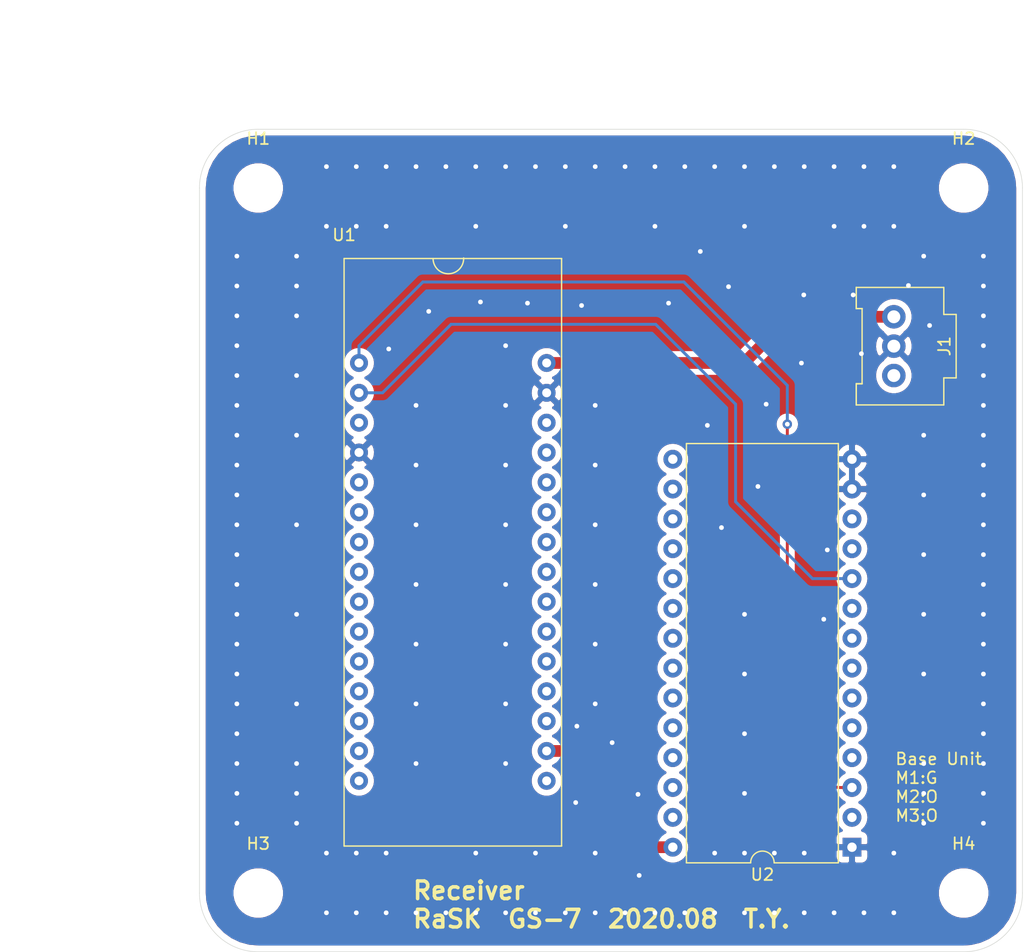
<source format=kicad_pcb>
(kicad_pcb (version 20171130) (host pcbnew "(5.1.4)-1")

  (general
    (thickness 1.6)
    (drawings 12)
    (tracks 207)
    (zones 0)
    (modules 7)
    (nets 53)
  )

  (page A4)
  (layers
    (0 F.Cu signal)
    (31 B.Cu signal)
    (32 B.Adhes user)
    (33 F.Adhes user)
    (34 B.Paste user)
    (35 F.Paste user)
    (36 B.SilkS user)
    (37 F.SilkS user)
    (38 B.Mask user)
    (39 F.Mask user)
    (40 Dwgs.User user)
    (41 Cmts.User user)
    (42 Eco1.User user)
    (43 Eco2.User user)
    (44 Edge.Cuts user)
    (45 Margin user)
    (46 B.CrtYd user)
    (47 F.CrtYd user)
    (48 B.Fab user)
    (49 F.Fab user)
  )

  (setup
    (last_trace_width 0.25)
    (user_trace_width 1)
    (trace_clearance 0.2)
    (zone_clearance 0.508)
    (zone_45_only no)
    (trace_min 0.2)
    (via_size 0.8)
    (via_drill 0.4)
    (via_min_size 0.4)
    (via_min_drill 0.3)
    (uvia_size 0.3)
    (uvia_drill 0.1)
    (uvias_allowed no)
    (uvia_min_size 0.2)
    (uvia_min_drill 0.1)
    (edge_width 0.05)
    (segment_width 0.2)
    (pcb_text_width 0.3)
    (pcb_text_size 1.5 1.5)
    (mod_edge_width 0.12)
    (mod_text_size 1 1)
    (mod_text_width 0.15)
    (pad_size 1.524 1.524)
    (pad_drill 0.762)
    (pad_to_mask_clearance 0.051)
    (solder_mask_min_width 0.25)
    (aux_axis_origin 0 0)
    (visible_elements 7FFFFFFF)
    (pcbplotparams
      (layerselection 0x010f0_ffffffff)
      (usegerberextensions true)
      (usegerberattributes false)
      (usegerberadvancedattributes false)
      (creategerberjobfile false)
      (excludeedgelayer true)
      (linewidth 0.100000)
      (plotframeref false)
      (viasonmask false)
      (mode 1)
      (useauxorigin false)
      (hpglpennumber 1)
      (hpglpenspeed 20)
      (hpglpendiameter 15.000000)
      (psnegative false)
      (psa4output false)
      (plotreference true)
      (plotvalue true)
      (plotinvisibletext false)
      (padsonsilk false)
      (subtractmaskfromsilk false)
      (outputformat 1)
      (mirror false)
      (drillshape 0)
      (scaleselection 1)
      (outputdirectory "../新しいフォルダー/GS-7-U2-R/"))
  )

  (net 0 "")
  (net 1 +9V)
  (net 2 GND)
  (net 3 "Net-(J1-Pad3)")
  (net 4 UART1_TX)
  (net 5 UART1_RX)
  (net 6 "Net-(U1-Pad3)")
  (net 7 "Net-(U1-Pad5)")
  (net 8 "Net-(U1-Pad6)")
  (net 9 "Net-(U1-Pad7)")
  (net 10 "Net-(U1-Pad8)")
  (net 11 "Net-(U1-Pad9)")
  (net 12 "Net-(U1-Pad10)")
  (net 13 "Net-(U1-Pad11)")
  (net 14 "Net-(U1-Pad12)")
  (net 15 "Net-(U1-Pad13)")
  (net 16 "Net-(U1-Pad14)")
  (net 17 "Net-(U1-Pad15)")
  (net 18 "Net-(U1-Pad16)")
  (net 19 +3V3)
  (net 20 "Net-(U1-Pad18)")
  (net 21 "Net-(U1-Pad19)")
  (net 22 "Net-(U1-Pad20)")
  (net 23 "Net-(U1-Pad21)")
  (net 24 "Net-(U1-Pad22)")
  (net 25 "Net-(U1-Pad23)")
  (net 26 "Net-(U1-Pad24)")
  (net 27 "Net-(U1-Pad25)")
  (net 28 "Net-(U1-Pad26)")
  (net 29 "Net-(U1-Pad27)")
  (net 30 "Net-(U1-Pad28)")
  (net 31 "Net-(U2-Pad15)")
  (net 32 "Net-(U2-Pad2)")
  (net 33 "Net-(U2-Pad16)")
  (net 34 "Net-(U2-Pad17)")
  (net 35 "Net-(U2-Pad4)")
  (net 36 "Net-(U2-Pad18)")
  (net 37 "Net-(U2-Pad5)")
  (net 38 "Net-(U2-Pad19)")
  (net 39 "Net-(U2-Pad6)")
  (net 40 "Net-(U2-Pad20)")
  (net 41 "Net-(U2-Pad7)")
  (net 42 "Net-(U2-Pad21)")
  (net 43 "Net-(U2-Pad8)")
  (net 44 "Net-(U2-Pad22)")
  (net 45 "Net-(U2-Pad9)")
  (net 46 "Net-(U2-Pad23)")
  (net 47 "Net-(U2-Pad24)")
  (net 48 "Net-(U2-Pad11)")
  (net 49 "Net-(U2-Pad25)")
  (net 50 "Net-(U2-Pad12)")
  (net 51 "Net-(U2-Pad26)")
  (net 52 "Net-(U2-Pad27)")

  (net_class Default "これはデフォルトのネット クラスです。"
    (clearance 0.2)
    (trace_width 0.25)
    (via_dia 0.8)
    (via_drill 0.4)
    (uvia_dia 0.3)
    (uvia_drill 0.1)
    (add_net +3V3)
    (add_net +9V)
    (add_net GND)
    (add_net "Net-(J1-Pad3)")
    (add_net "Net-(U1-Pad10)")
    (add_net "Net-(U1-Pad11)")
    (add_net "Net-(U1-Pad12)")
    (add_net "Net-(U1-Pad13)")
    (add_net "Net-(U1-Pad14)")
    (add_net "Net-(U1-Pad15)")
    (add_net "Net-(U1-Pad16)")
    (add_net "Net-(U1-Pad18)")
    (add_net "Net-(U1-Pad19)")
    (add_net "Net-(U1-Pad20)")
    (add_net "Net-(U1-Pad21)")
    (add_net "Net-(U1-Pad22)")
    (add_net "Net-(U1-Pad23)")
    (add_net "Net-(U1-Pad24)")
    (add_net "Net-(U1-Pad25)")
    (add_net "Net-(U1-Pad26)")
    (add_net "Net-(U1-Pad27)")
    (add_net "Net-(U1-Pad28)")
    (add_net "Net-(U1-Pad3)")
    (add_net "Net-(U1-Pad5)")
    (add_net "Net-(U1-Pad6)")
    (add_net "Net-(U1-Pad7)")
    (add_net "Net-(U1-Pad8)")
    (add_net "Net-(U1-Pad9)")
    (add_net "Net-(U2-Pad11)")
    (add_net "Net-(U2-Pad12)")
    (add_net "Net-(U2-Pad15)")
    (add_net "Net-(U2-Pad16)")
    (add_net "Net-(U2-Pad17)")
    (add_net "Net-(U2-Pad18)")
    (add_net "Net-(U2-Pad19)")
    (add_net "Net-(U2-Pad2)")
    (add_net "Net-(U2-Pad20)")
    (add_net "Net-(U2-Pad21)")
    (add_net "Net-(U2-Pad22)")
    (add_net "Net-(U2-Pad23)")
    (add_net "Net-(U2-Pad24)")
    (add_net "Net-(U2-Pad25)")
    (add_net "Net-(U2-Pad26)")
    (add_net "Net-(U2-Pad27)")
    (add_net "Net-(U2-Pad4)")
    (add_net "Net-(U2-Pad5)")
    (add_net "Net-(U2-Pad6)")
    (add_net "Net-(U2-Pad7)")
    (add_net "Net-(U2-Pad8)")
    (add_net "Net-(U2-Pad9)")
    (add_net UART1_RX)
    (add_net UART1_TX)
  )

  (module Package_DIP:DIP-28_W15.24mm (layer F.Cu) (tedit 5A02E8C5) (tstamp 5F27546D)
    (at 95.5 101.1 180)
    (descr "28-lead though-hole mounted DIP package, row spacing 15.24 mm (600 mils)")
    (tags "THT DIP DIL PDIP 2.54mm 15.24mm 600mil")
    (path /5F29548E)
    (fp_text reference U2 (at 7.62 -2.33) (layer F.SilkS)
      (effects (font (size 1 1) (thickness 0.15)))
    )
    (fp_text value RF_ZigBee_MW-R-DP-W (at 7.62 35.35) (layer F.Fab)
      (effects (font (size 1 1) (thickness 0.15)))
    )
    (fp_arc (start 7.62 -1.33) (end 6.62 -1.33) (angle -180) (layer F.SilkS) (width 0.12))
    (fp_line (start 1.255 -1.27) (end 14.985 -1.27) (layer F.Fab) (width 0.1))
    (fp_line (start 14.985 -1.27) (end 14.985 34.29) (layer F.Fab) (width 0.1))
    (fp_line (start 14.985 34.29) (end 0.255 34.29) (layer F.Fab) (width 0.1))
    (fp_line (start 0.255 34.29) (end 0.255 -0.27) (layer F.Fab) (width 0.1))
    (fp_line (start 0.255 -0.27) (end 1.255 -1.27) (layer F.Fab) (width 0.1))
    (fp_line (start 6.62 -1.33) (end 1.16 -1.33) (layer F.SilkS) (width 0.12))
    (fp_line (start 1.16 -1.33) (end 1.16 34.35) (layer F.SilkS) (width 0.12))
    (fp_line (start 1.16 34.35) (end 14.08 34.35) (layer F.SilkS) (width 0.12))
    (fp_line (start 14.08 34.35) (end 14.08 -1.33) (layer F.SilkS) (width 0.12))
    (fp_line (start 14.08 -1.33) (end 8.62 -1.33) (layer F.SilkS) (width 0.12))
    (fp_line (start -1.05 -1.55) (end -1.05 34.55) (layer F.CrtYd) (width 0.05))
    (fp_line (start -1.05 34.55) (end 16.3 34.55) (layer F.CrtYd) (width 0.05))
    (fp_line (start 16.3 34.55) (end 16.3 -1.55) (layer F.CrtYd) (width 0.05))
    (fp_line (start 16.3 -1.55) (end -1.05 -1.55) (layer F.CrtYd) (width 0.05))
    (fp_text user %R (at 7.62 16.51) (layer F.Fab)
      (effects (font (size 1 1) (thickness 0.15)))
    )
    (pad 1 thru_hole rect (at 0 0 180) (size 1.6 1.6) (drill 0.8) (layers *.Cu *.Mask)
      (net 2 GND))
    (pad 15 thru_hole oval (at 15.24 33.02 180) (size 1.6 1.6) (drill 0.8) (layers *.Cu *.Mask)
      (net 31 "Net-(U2-Pad15)"))
    (pad 2 thru_hole oval (at 0 2.54 180) (size 1.6 1.6) (drill 0.8) (layers *.Cu *.Mask)
      (net 32 "Net-(U2-Pad2)"))
    (pad 16 thru_hole oval (at 15.24 30.48 180) (size 1.6 1.6) (drill 0.8) (layers *.Cu *.Mask)
      (net 33 "Net-(U2-Pad16)"))
    (pad 3 thru_hole oval (at 0 5.08 180) (size 1.6 1.6) (drill 0.8) (layers *.Cu *.Mask)
      (net 4 UART1_TX))
    (pad 17 thru_hole oval (at 15.24 27.94 180) (size 1.6 1.6) (drill 0.8) (layers *.Cu *.Mask)
      (net 34 "Net-(U2-Pad17)"))
    (pad 4 thru_hole oval (at 0 7.62 180) (size 1.6 1.6) (drill 0.8) (layers *.Cu *.Mask)
      (net 35 "Net-(U2-Pad4)"))
    (pad 18 thru_hole oval (at 15.24 25.4 180) (size 1.6 1.6) (drill 0.8) (layers *.Cu *.Mask)
      (net 36 "Net-(U2-Pad18)"))
    (pad 5 thru_hole oval (at 0 10.16 180) (size 1.6 1.6) (drill 0.8) (layers *.Cu *.Mask)
      (net 37 "Net-(U2-Pad5)"))
    (pad 19 thru_hole oval (at 15.24 22.86 180) (size 1.6 1.6) (drill 0.8) (layers *.Cu *.Mask)
      (net 38 "Net-(U2-Pad19)"))
    (pad 6 thru_hole oval (at 0 12.7 180) (size 1.6 1.6) (drill 0.8) (layers *.Cu *.Mask)
      (net 39 "Net-(U2-Pad6)"))
    (pad 20 thru_hole oval (at 15.24 20.32 180) (size 1.6 1.6) (drill 0.8) (layers *.Cu *.Mask)
      (net 40 "Net-(U2-Pad20)"))
    (pad 7 thru_hole oval (at 0 15.24 180) (size 1.6 1.6) (drill 0.8) (layers *.Cu *.Mask)
      (net 41 "Net-(U2-Pad7)"))
    (pad 21 thru_hole oval (at 15.24 17.78 180) (size 1.6 1.6) (drill 0.8) (layers *.Cu *.Mask)
      (net 42 "Net-(U2-Pad21)"))
    (pad 8 thru_hole oval (at 0 17.78 180) (size 1.6 1.6) (drill 0.8) (layers *.Cu *.Mask)
      (net 43 "Net-(U2-Pad8)"))
    (pad 22 thru_hole oval (at 15.24 15.24 180) (size 1.6 1.6) (drill 0.8) (layers *.Cu *.Mask)
      (net 44 "Net-(U2-Pad22)"))
    (pad 9 thru_hole oval (at 0 20.32 180) (size 1.6 1.6) (drill 0.8) (layers *.Cu *.Mask)
      (net 45 "Net-(U2-Pad9)"))
    (pad 23 thru_hole oval (at 15.24 12.7 180) (size 1.6 1.6) (drill 0.8) (layers *.Cu *.Mask)
      (net 46 "Net-(U2-Pad23)"))
    (pad 10 thru_hole oval (at 0 22.86 180) (size 1.6 1.6) (drill 0.8) (layers *.Cu *.Mask)
      (net 5 UART1_RX))
    (pad 24 thru_hole oval (at 15.24 10.16 180) (size 1.6 1.6) (drill 0.8) (layers *.Cu *.Mask)
      (net 47 "Net-(U2-Pad24)"))
    (pad 11 thru_hole oval (at 0 25.4 180) (size 1.6 1.6) (drill 0.8) (layers *.Cu *.Mask)
      (net 48 "Net-(U2-Pad11)"))
    (pad 25 thru_hole oval (at 15.24 7.62 180) (size 1.6 1.6) (drill 0.8) (layers *.Cu *.Mask)
      (net 49 "Net-(U2-Pad25)"))
    (pad 12 thru_hole oval (at 0 27.94 180) (size 1.6 1.6) (drill 0.8) (layers *.Cu *.Mask)
      (net 50 "Net-(U2-Pad12)"))
    (pad 26 thru_hole oval (at 15.24 5.08 180) (size 1.6 1.6) (drill 0.8) (layers *.Cu *.Mask)
      (net 51 "Net-(U2-Pad26)"))
    (pad 13 thru_hole oval (at 0 30.48 180) (size 1.6 1.6) (drill 0.8) (layers *.Cu *.Mask)
      (net 2 GND))
    (pad 27 thru_hole oval (at 15.24 2.54 180) (size 1.6 1.6) (drill 0.8) (layers *.Cu *.Mask)
      (net 52 "Net-(U2-Pad27)"))
    (pad 14 thru_hole oval (at 0 33.02 180) (size 1.6 1.6) (drill 0.8) (layers *.Cu *.Mask)
      (net 2 GND))
    (pad 28 thru_hole oval (at 15.24 0 180) (size 1.6 1.6) (drill 0.8) (layers *.Cu *.Mask)
      (net 19 +3V3))
    (model ${KISYS3DMOD}/Package_DIP.3dshapes/DIP-28_W15.24mm.wrl
      (at (xyz 0 0 0))
      (scale (xyz 1 1 1))
      (rotate (xyz 0 0 0))
    )
  )

  (module MountingHole:MountingHole_3.2mm_M3 (layer F.Cu) (tedit 56D1B4CB) (tstamp 5F2753E6)
    (at 45 45)
    (descr "Mounting Hole 3.2mm, no annular, M3")
    (tags "mounting hole 3.2mm no annular m3")
    (path /5F2AAB65)
    (attr virtual)
    (fp_text reference H1 (at 0 -4.2) (layer F.SilkS)
      (effects (font (size 1 1) (thickness 0.15)))
    )
    (fp_text value MountingHole (at 0 4.2) (layer F.Fab)
      (effects (font (size 1 1) (thickness 0.15)))
    )
    (fp_text user %R (at 0.3 0) (layer F.Fab)
      (effects (font (size 1 1) (thickness 0.15)))
    )
    (fp_circle (center 0 0) (end 3.2 0) (layer Cmts.User) (width 0.15))
    (fp_circle (center 0 0) (end 3.45 0) (layer F.CrtYd) (width 0.05))
    (pad 1 np_thru_hole circle (at 0 0) (size 3.2 3.2) (drill 3.2) (layers *.Cu *.Mask))
  )

  (module MountingHole:MountingHole_3.2mm_M3 (layer F.Cu) (tedit 56D1B4CB) (tstamp 5F2753EE)
    (at 105 45)
    (descr "Mounting Hole 3.2mm, no annular, M3")
    (tags "mounting hole 3.2mm no annular m3")
    (path /5F2AB0BC)
    (attr virtual)
    (fp_text reference H2 (at 0 -4.2) (layer F.SilkS)
      (effects (font (size 1 1) (thickness 0.15)))
    )
    (fp_text value MountingHole (at 0 4.2) (layer F.Fab)
      (effects (font (size 1 1) (thickness 0.15)))
    )
    (fp_circle (center 0 0) (end 3.45 0) (layer F.CrtYd) (width 0.05))
    (fp_circle (center 0 0) (end 3.2 0) (layer Cmts.User) (width 0.15))
    (fp_text user %R (at 0.3 0) (layer F.Fab)
      (effects (font (size 1 1) (thickness 0.15)))
    )
    (pad 1 np_thru_hole circle (at 0 0) (size 3.2 3.2) (drill 3.2) (layers *.Cu *.Mask))
  )

  (module MountingHole:MountingHole_3.2mm_M3 (layer F.Cu) (tedit 56D1B4CB) (tstamp 5F2753F6)
    (at 45 105)
    (descr "Mounting Hole 3.2mm, no annular, M3")
    (tags "mounting hole 3.2mm no annular m3")
    (path /5F2AB350)
    (attr virtual)
    (fp_text reference H3 (at 0 -4.2) (layer F.SilkS)
      (effects (font (size 1 1) (thickness 0.15)))
    )
    (fp_text value MountingHole (at 0 4.2) (layer F.Fab)
      (effects (font (size 1 1) (thickness 0.15)))
    )
    (fp_text user %R (at 0.3 0) (layer F.Fab)
      (effects (font (size 1 1) (thickness 0.15)))
    )
    (fp_circle (center 0 0) (end 3.2 0) (layer Cmts.User) (width 0.15))
    (fp_circle (center 0 0) (end 3.45 0) (layer F.CrtYd) (width 0.05))
    (pad 1 np_thru_hole circle (at 0 0) (size 3.2 3.2) (drill 3.2) (layers *.Cu *.Mask))
  )

  (module MountingHole:MountingHole_3.2mm_M3 (layer F.Cu) (tedit 56D1B4CB) (tstamp 5F2753FE)
    (at 105 105)
    (descr "Mounting Hole 3.2mm, no annular, M3")
    (tags "mounting hole 3.2mm no annular m3")
    (path /5F2AB55E)
    (attr virtual)
    (fp_text reference H4 (at 0 -4.2) (layer F.SilkS)
      (effects (font (size 1 1) (thickness 0.15)))
    )
    (fp_text value MountingHole (at 0 4.2) (layer F.Fab)
      (effects (font (size 1 1) (thickness 0.15)))
    )
    (fp_circle (center 0 0) (end 3.45 0) (layer F.CrtYd) (width 0.05))
    (fp_circle (center 0 0) (end 3.2 0) (layer Cmts.User) (width 0.15))
    (fp_text user %R (at 0.3 0) (layer F.Fab)
      (effects (font (size 1 1) (thickness 0.15)))
    )
    (pad 1 np_thru_hole circle (at 0 0) (size 3.2 3.2) (drill 3.2) (layers *.Cu *.Mask))
  )

  (module KUTKiCad_footprint:Hirose_DF1E_DF1E-3P-2.5DS_1x03_P2.5mm_Vertical (layer F.Cu) (tedit 5D6CD0D5) (tstamp 5F275415)
    (at 99.06 55.96 270)
    (path /5F2A1A9E)
    (fp_text reference J1 (at 2.5 -4.3 90) (layer F.SilkS)
      (effects (font (size 1 1) (thickness 0.15)))
    )
    (fp_text value 9V (at 2.5 -6 90) (layer F.Fab)
      (effects (font (size 1 1) (thickness 0.15)))
    )
    (fp_line (start -2.5 3.2) (end -0.7 3.2) (layer F.SilkS) (width 0.12))
    (fp_line (start -0.7 3.2) (end -0.7 2.7) (layer F.SilkS) (width 0.12))
    (fp_line (start 7.5 3.2) (end 5.7 3.2) (layer F.SilkS) (width 0.12))
    (fp_line (start 5.7 3.2) (end 5.7 2.7) (layer F.SilkS) (width 0.12))
    (fp_line (start -0.2 -5.3) (end -0.2 -4.25) (layer F.SilkS) (width 0.12))
    (fp_line (start -0.2 -4.25) (end -2.5 -4.25) (layer F.SilkS) (width 0.12))
    (fp_line (start -2.5 3.2) (end -0.7 3.2) (layer F.SilkS) (width 0.12))
    (fp_line (start -0.7 3.2) (end -0.7 2.7) (layer F.SilkS) (width 0.12))
    (fp_line (start -0.7 2.7) (end 5.7 2.7) (layer F.SilkS) (width 0.12))
    (fp_line (start 5.7 2.7) (end 5.7 3.2) (layer F.SilkS) (width 0.12))
    (fp_line (start 5.7 3.2) (end 7.5 3.2) (layer F.SilkS) (width 0.12))
    (fp_line (start 7.5 -4.25) (end 5.2 -4.25) (layer F.SilkS) (width 0.12))
    (fp_line (start 5.2 -4.25) (end 5.2 -5.3) (layer F.SilkS) (width 0.12))
    (fp_line (start 5.2 -5.3) (end -0.2 -5.3) (layer F.SilkS) (width 0.12))
    (fp_line (start -2.5 -4.25) (end -2.5 3.2) (layer F.SilkS) (width 0.12))
    (fp_line (start 7.5 3.2) (end 7.5 -4.25) (layer F.SilkS) (width 0.12))
    (pad 1 thru_hole circle (at 0 0 270) (size 2 2) (drill 1.1) (layers *.Cu *.Mask)
      (net 1 +9V))
    (pad 2 thru_hole circle (at 2.5 0 270) (size 2 2) (drill 1.1) (layers *.Cu *.Mask)
      (net 2 GND))
    (pad 3 thru_hole circle (at 5 0 270) (size 2 2) (drill 1.1) (layers *.Cu *.Mask)
      (net 3 "Net-(J1-Pad3)"))
  )

  (module "kada2020_3:STM32 Nucleo Board STM32F303K8" (layer F.Cu) (tedit 5F162B90) (tstamp 5F27543D)
    (at 52.3 51)
    (path /5F294CF0)
    (fp_text reference U1 (at 0 -2) (layer F.SilkS)
      (effects (font (size 1 1) (thickness 0.15)))
    )
    (fp_text value Nucleo_STM32F303K8 (at 0 -4) (layer F.Fab)
      (effects (font (size 1 1) (thickness 0.15)))
    )
    (fp_line (start 0 0) (end 0 50) (layer F.SilkS) (width 0.12))
    (fp_line (start 0 50) (end 18.5 50) (layer F.SilkS) (width 0.12))
    (fp_line (start 18.5 0) (end 18.5 50) (layer F.SilkS) (width 0.12))
    (fp_line (start 0 0) (end 18.5 0) (layer F.SilkS) (width 0.12))
    (fp_text user micro-USB (at 9.25 2) (layer F.Fab)
      (effects (font (size 1 1) (thickness 0.15)))
    )
    (fp_arc (start 8.87 0) (end 7.57 0) (angle -182.0273227) (layer F.SilkS) (width 0.12))
    (pad 1 thru_hole circle (at 1.27 8.89) (size 1.524 1.524) (drill 0.762) (layers *.Cu *.Mask)
      (net 4 UART1_TX))
    (pad 2 thru_hole circle (at 1.27 11.43) (size 1.524 1.524) (drill 0.762) (layers *.Cu *.Mask)
      (net 5 UART1_RX))
    (pad 3 thru_hole circle (at 1.27 13.97) (size 1.524 1.524) (drill 0.762) (layers *.Cu *.Mask)
      (net 6 "Net-(U1-Pad3)"))
    (pad 4 thru_hole circle (at 1.27 16.51) (size 1.524 1.524) (drill 0.762) (layers *.Cu *.Mask)
      (net 2 GND))
    (pad 5 thru_hole circle (at 1.27 19.05) (size 1.524 1.524) (drill 0.762) (layers *.Cu *.Mask)
      (net 7 "Net-(U1-Pad5)"))
    (pad 6 thru_hole circle (at 1.27 21.59) (size 1.524 1.524) (drill 0.762) (layers *.Cu *.Mask)
      (net 8 "Net-(U1-Pad6)"))
    (pad 7 thru_hole circle (at 1.27 24.13) (size 1.524 1.524) (drill 0.762) (layers *.Cu *.Mask)
      (net 9 "Net-(U1-Pad7)"))
    (pad 8 thru_hole circle (at 1.27 26.67) (size 1.524 1.524) (drill 0.762) (layers *.Cu *.Mask)
      (net 10 "Net-(U1-Pad8)"))
    (pad 9 thru_hole circle (at 1.27 29.21) (size 1.524 1.524) (drill 0.762) (layers *.Cu *.Mask)
      (net 11 "Net-(U1-Pad9)"))
    (pad 10 thru_hole circle (at 1.27 31.75) (size 1.524 1.524) (drill 0.762) (layers *.Cu *.Mask)
      (net 12 "Net-(U1-Pad10)"))
    (pad 11 thru_hole circle (at 1.27 34.29) (size 1.524 1.524) (drill 0.762) (layers *.Cu *.Mask)
      (net 13 "Net-(U1-Pad11)"))
    (pad 12 thru_hole circle (at 1.27 36.83) (size 1.524 1.524) (drill 0.762) (layers *.Cu *.Mask)
      (net 14 "Net-(U1-Pad12)"))
    (pad 13 thru_hole circle (at 1.27 39.37) (size 1.524 1.524) (drill 0.762) (layers *.Cu *.Mask)
      (net 15 "Net-(U1-Pad13)"))
    (pad 14 thru_hole circle (at 1.27 41.91) (size 1.524 1.524) (drill 0.762) (layers *.Cu *.Mask)
      (net 16 "Net-(U1-Pad14)"))
    (pad 15 thru_hole circle (at 1.27 44.45) (size 1.524 1.524) (drill 0.762) (layers *.Cu *.Mask)
      (net 17 "Net-(U1-Pad15)"))
    (pad 16 thru_hole circle (at 17.23 44.45) (size 1.524 1.524) (drill 0.762) (layers *.Cu *.Mask)
      (net 18 "Net-(U1-Pad16)"))
    (pad 17 thru_hole circle (at 17.23 41.91) (size 1.524 1.524) (drill 0.762) (layers *.Cu *.Mask)
      (net 19 +3V3))
    (pad 18 thru_hole circle (at 17.23 39.37) (size 1.524 1.524) (drill 0.762) (layers *.Cu *.Mask)
      (net 20 "Net-(U1-Pad18)"))
    (pad 19 thru_hole circle (at 17.23 36.83) (size 1.524 1.524) (drill 0.762) (layers *.Cu *.Mask)
      (net 21 "Net-(U1-Pad19)"))
    (pad 20 thru_hole circle (at 17.23 34.29) (size 1.524 1.524) (drill 0.762) (layers *.Cu *.Mask)
      (net 22 "Net-(U1-Pad20)"))
    (pad 21 thru_hole circle (at 17.23 31.75) (size 1.524 1.524) (drill 0.762) (layers *.Cu *.Mask)
      (net 23 "Net-(U1-Pad21)"))
    (pad 22 thru_hole circle (at 17.23 29.21) (size 1.524 1.524) (drill 0.762) (layers *.Cu *.Mask)
      (net 24 "Net-(U1-Pad22)"))
    (pad 23 thru_hole circle (at 17.23 26.67) (size 1.524 1.524) (drill 0.762) (layers *.Cu *.Mask)
      (net 25 "Net-(U1-Pad23)"))
    (pad 24 thru_hole circle (at 17.23 24.13) (size 1.524 1.524) (drill 0.762) (layers *.Cu *.Mask)
      (net 26 "Net-(U1-Pad24)"))
    (pad 25 thru_hole circle (at 17.23 21.59) (size 1.524 1.524) (drill 0.762) (layers *.Cu *.Mask)
      (net 27 "Net-(U1-Pad25)"))
    (pad 26 thru_hole circle (at 17.23 19.05) (size 1.524 1.524) (drill 0.762) (layers *.Cu *.Mask)
      (net 28 "Net-(U1-Pad26)"))
    (pad 27 thru_hole circle (at 17.23 16.51) (size 1.524 1.524) (drill 0.762) (layers *.Cu *.Mask)
      (net 29 "Net-(U1-Pad27)"))
    (pad 28 thru_hole circle (at 17.23 13.97) (size 1.524 1.524) (drill 0.762) (layers *.Cu *.Mask)
      (net 30 "Net-(U1-Pad28)"))
    (pad 29 thru_hole circle (at 17.23 11.43) (size 1.524 1.524) (drill 0.762) (layers *.Cu *.Mask)
      (net 2 GND))
    (pad 30 thru_hole circle (at 17.23 8.89) (size 1.524 1.524) (drill 0.762) (layers *.Cu *.Mask)
      (net 1 +9V))
  )

  (dimension 70 (width 0.05) (layer F.CrtYd)
    (gr_text "70.000 mm" (at 26.8 75 90) (layer F.CrtYd)
      (effects (font (size 1 1) (thickness 0.15)))
    )
    (feature1 (pts (xy 45 40) (xy 27.413579 40)))
    (feature2 (pts (xy 45 110) (xy 27.413579 110)))
    (crossbar (pts (xy 28 110) (xy 28 40)))
    (arrow1a (pts (xy 28 40) (xy 28.586421 41.126504)))
    (arrow1b (pts (xy 28 40) (xy 27.413579 41.126504)))
    (arrow2a (pts (xy 28 110) (xy 28.586421 108.873496)))
    (arrow2b (pts (xy 28 110) (xy 27.413579 108.873496)))
  )
  (dimension 70 (width 0.05) (layer F.CrtYd)
    (gr_text "70.000 mm" (at 75 29.8) (layer F.CrtYd)
      (effects (font (size 1 1) (thickness 0.15)))
    )
    (feature1 (pts (xy 110 45) (xy 110 30.413579)))
    (feature2 (pts (xy 40 45) (xy 40 30.413579)))
    (crossbar (pts (xy 40 31) (xy 110 31)))
    (arrow1a (pts (xy 110 31) (xy 108.873496 31.586421)))
    (arrow1b (pts (xy 110 31) (xy 108.873496 30.413579)))
    (arrow2a (pts (xy 40 31) (xy 41.126504 31.586421)))
    (arrow2b (pts (xy 40 31) (xy 41.126504 30.413579)))
  )
  (gr_arc (start 105 105) (end 105 110) (angle -90) (layer Edge.Cuts) (width 0.05))
  (gr_arc (start 45 105) (end 40 105) (angle -90) (layer Edge.Cuts) (width 0.05))
  (gr_text "Base Unit\nM1:G\nM2:O\nM3:O" (at 99.1 96) (layer F.SilkS)
    (effects (font (size 1 1) (thickness 0.15)) (justify left))
  )
  (gr_text "Receiver\nRaSK  GS-7  2020.08  T.Y.\n" (at 58 106) (layer F.SilkS)
    (effects (font (size 1.5 1.5) (thickness 0.3)) (justify left))
  )
  (gr_arc (start 105 45) (end 110 45) (angle -90) (layer Edge.Cuts) (width 0.05))
  (gr_arc (start 45 45) (end 45 40) (angle -90) (layer Edge.Cuts) (width 0.05))
  (gr_line (start 45 40) (end 105 40) (layer Edge.Cuts) (width 0.05))
  (gr_line (start 110 45) (end 110 105) (layer Edge.Cuts) (width 0.05))
  (gr_line (start 45 110) (end 105 110) (layer Edge.Cuts) (width 0.05))
  (gr_line (start 40 45) (end 40 105) (layer Edge.Cuts) (width 0.05))

  (segment (start 90.24 55.96) (end 99.06 55.96) (width 1) (layer F.Cu) (net 1))
  (segment (start 69.53 59.89) (end 78.11 59.89) (width 1) (layer F.Cu) (net 1))
  (segment (start 86.31 59.89) (end 90.24 55.96) (width 1) (layer F.Cu) (net 1))
  (segment (start 85.11 59.89) (end 86.31 59.89) (width 1) (layer F.Cu) (net 1) (tstamp 5F277CB4))
  (segment (start 78.11 59.89) (end 85.11 59.89) (width 1) (layer F.Cu) (net 1) (tstamp 5F277CB6))
  (via (at 43.18 50.8) (size 0.8) (drill 0.4) (layers F.Cu B.Cu) (net 2))
  (via (at 43.18 53.34) (size 0.8) (drill 0.4) (layers F.Cu B.Cu) (net 2))
  (via (at 43.18 55.88) (size 0.8) (drill 0.4) (layers F.Cu B.Cu) (net 2))
  (via (at 43.18 58.42) (size 0.8) (drill 0.4) (layers F.Cu B.Cu) (net 2))
  (via (at 43.18 60.96) (size 0.8) (drill 0.4) (layers F.Cu B.Cu) (net 2))
  (via (at 43.18 63.5) (size 0.8) (drill 0.4) (layers F.Cu B.Cu) (net 2))
  (via (at 43.18 66.04) (size 0.8) (drill 0.4) (layers F.Cu B.Cu) (net 2))
  (via (at 43.18 68.58) (size 0.8) (drill 0.4) (layers F.Cu B.Cu) (net 2))
  (via (at 43.18 71.12) (size 0.8) (drill 0.4) (layers F.Cu B.Cu) (net 2))
  (via (at 43.18 73.66) (size 0.8) (drill 0.4) (layers F.Cu B.Cu) (net 2))
  (via (at 43.18 76.2) (size 0.8) (drill 0.4) (layers F.Cu B.Cu) (net 2))
  (via (at 43.18 78.74) (size 0.8) (drill 0.4) (layers F.Cu B.Cu) (net 2))
  (via (at 43.18 81.28) (size 0.8) (drill 0.4) (layers F.Cu B.Cu) (net 2))
  (via (at 43.18 86.36) (size 0.8) (drill 0.4) (layers F.Cu B.Cu) (net 2))
  (via (at 43.18 83.82) (size 0.8) (drill 0.4) (layers F.Cu B.Cu) (net 2))
  (via (at 43.18 88.9) (size 0.8) (drill 0.4) (layers F.Cu B.Cu) (net 2))
  (via (at 43.18 91.44) (size 0.8) (drill 0.4) (layers F.Cu B.Cu) (net 2))
  (via (at 43.18 93.98) (size 0.8) (drill 0.4) (layers F.Cu B.Cu) (net 2))
  (via (at 43.18 96.52) (size 0.8) (drill 0.4) (layers F.Cu B.Cu) (net 2))
  (via (at 43.18 99.06) (size 0.8) (drill 0.4) (layers F.Cu B.Cu) (net 2))
  (via (at 48.26 99.06) (size 0.8) (drill 0.4) (layers F.Cu B.Cu) (net 2))
  (via (at 48.26 96.52) (size 0.8) (drill 0.4) (layers F.Cu B.Cu) (net 2))
  (via (at 48.26 93.98) (size 0.8) (drill 0.4) (layers F.Cu B.Cu) (net 2))
  (via (at 48.26 50.8) (size 0.8) (drill 0.4) (layers F.Cu B.Cu) (net 2))
  (via (at 48.26 53.34) (size 0.8) (drill 0.4) (layers F.Cu B.Cu) (net 2))
  (via (at 48.26 55.88) (size 0.8) (drill 0.4) (layers F.Cu B.Cu) (net 2))
  (via (at 50.8 43.18) (size 0.8) (drill 0.4) (layers F.Cu B.Cu) (net 2))
  (via (at 53.34 43.18) (size 0.8) (drill 0.4) (layers F.Cu B.Cu) (net 2))
  (via (at 55.88 43.18) (size 0.8) (drill 0.4) (layers F.Cu B.Cu) (net 2))
  (via (at 58.42 43.18) (size 0.8) (drill 0.4) (layers F.Cu B.Cu) (net 2))
  (via (at 63.5 43.18) (size 0.8) (drill 0.4) (layers F.Cu B.Cu) (net 2))
  (via (at 60.96 43.18) (size 0.8) (drill 0.4) (layers F.Cu B.Cu) (net 2))
  (via (at 66.04 43.18) (size 0.8) (drill 0.4) (layers F.Cu B.Cu) (net 2))
  (via (at 71.12 43.18) (size 0.8) (drill 0.4) (layers F.Cu B.Cu) (net 2))
  (via (at 68.58 43.18) (size 0.8) (drill 0.4) (layers F.Cu B.Cu) (net 2))
  (via (at 73.66 43.18) (size 0.8) (drill 0.4) (layers F.Cu B.Cu) (net 2))
  (via (at 76.2 43.18) (size 0.8) (drill 0.4) (layers F.Cu B.Cu) (net 2))
  (via (at 78.74 43.18) (size 0.8) (drill 0.4) (layers F.Cu B.Cu) (net 2))
  (via (at 81.28 43.18) (size 0.8) (drill 0.4) (layers F.Cu B.Cu) (net 2))
  (via (at 83.82 43.18) (size 0.8) (drill 0.4) (layers F.Cu B.Cu) (net 2))
  (via (at 86.36 43.18) (size 0.8) (drill 0.4) (layers F.Cu B.Cu) (net 2))
  (via (at 88.9 43.18) (size 0.8) (drill 0.4) (layers F.Cu B.Cu) (net 2))
  (via (at 91.44 43.18) (size 0.8) (drill 0.4) (layers F.Cu B.Cu) (net 2))
  (via (at 93.98 43.18) (size 0.8) (drill 0.4) (layers F.Cu B.Cu) (net 2))
  (via (at 96.52 43.18) (size 0.8) (drill 0.4) (layers F.Cu B.Cu) (net 2))
  (via (at 99.06 43.18) (size 0.8) (drill 0.4) (layers F.Cu B.Cu) (net 2))
  (via (at 106.68 50.8) (size 0.8) (drill 0.4) (layers F.Cu B.Cu) (net 2))
  (via (at 106.68 53.34) (size 0.8) (drill 0.4) (layers F.Cu B.Cu) (net 2))
  (via (at 106.68 55.88) (size 0.8) (drill 0.4) (layers F.Cu B.Cu) (net 2))
  (via (at 106.68 58.42) (size 0.8) (drill 0.4) (layers F.Cu B.Cu) (net 2))
  (via (at 106.68 60.96) (size 0.8) (drill 0.4) (layers F.Cu B.Cu) (net 2))
  (via (at 106.68 63.5) (size 0.8) (drill 0.4) (layers F.Cu B.Cu) (net 2))
  (via (at 106.68 66.04) (size 0.8) (drill 0.4) (layers F.Cu B.Cu) (net 2))
  (via (at 106.68 68.58) (size 0.8) (drill 0.4) (layers F.Cu B.Cu) (net 2))
  (via (at 106.68 71.12) (size 0.8) (drill 0.4) (layers F.Cu B.Cu) (net 2))
  (via (at 106.68 73.66) (size 0.8) (drill 0.4) (layers F.Cu B.Cu) (net 2))
  (via (at 106.68 76.2) (size 0.8) (drill 0.4) (layers F.Cu B.Cu) (net 2))
  (via (at 106.68 78.74) (size 0.8) (drill 0.4) (layers F.Cu B.Cu) (net 2))
  (via (at 106.68 81.28) (size 0.8) (drill 0.4) (layers F.Cu B.Cu) (net 2))
  (via (at 106.68 83.82) (size 0.8) (drill 0.4) (layers F.Cu B.Cu) (net 2))
  (via (at 106.68 86.36) (size 0.8) (drill 0.4) (layers F.Cu B.Cu) (net 2))
  (via (at 106.68 88.9) (size 0.8) (drill 0.4) (layers F.Cu B.Cu) (net 2))
  (via (at 106.68 91.44) (size 0.8) (drill 0.4) (layers F.Cu B.Cu) (net 2))
  (via (at 106.68 93.98) (size 0.8) (drill 0.4) (layers F.Cu B.Cu) (net 2))
  (via (at 106.68 96.52) (size 0.8) (drill 0.4) (layers F.Cu B.Cu) (net 2))
  (via (at 106.68 99.06) (size 0.8) (drill 0.4) (layers F.Cu B.Cu) (net 2))
  (via (at 50.8 106.68) (size 0.8) (drill 0.4) (layers F.Cu B.Cu) (net 2))
  (via (at 53.34 106.68) (size 0.8) (drill 0.4) (layers F.Cu B.Cu) (net 2))
  (via (at 55.88 106.68) (size 0.8) (drill 0.4) (layers F.Cu B.Cu) (net 2))
  (via (at 58.42 106.68) (size 0.8) (drill 0.4) (layers F.Cu B.Cu) (net 2))
  (via (at 63.5 106.68) (size 0.8) (drill 0.4) (layers F.Cu B.Cu) (net 2))
  (via (at 66.04 106.68) (size 0.8) (drill 0.4) (layers F.Cu B.Cu) (net 2))
  (via (at 60.96 106.68) (size 0.8) (drill 0.4) (layers F.Cu B.Cu) (net 2))
  (via (at 68.58 106.68) (size 0.8) (drill 0.4) (layers F.Cu B.Cu) (net 2))
  (via (at 71.12 106.68) (size 0.8) (drill 0.4) (layers F.Cu B.Cu) (net 2))
  (via (at 73.66 106.68) (size 0.8) (drill 0.4) (layers F.Cu B.Cu) (net 2))
  (via (at 76.2 106.68) (size 0.8) (drill 0.4) (layers F.Cu B.Cu) (net 2))
  (via (at 78.74 106.68) (size 0.8) (drill 0.4) (layers F.Cu B.Cu) (net 2))
  (via (at 81.28 106.68) (size 0.8) (drill 0.4) (layers F.Cu B.Cu) (net 2))
  (via (at 83.82 106.68) (size 0.8) (drill 0.4) (layers F.Cu B.Cu) (net 2))
  (via (at 86.36 106.68) (size 0.8) (drill 0.4) (layers F.Cu B.Cu) (net 2))
  (via (at 88.9 106.68) (size 0.8) (drill 0.4) (layers F.Cu B.Cu) (net 2))
  (via (at 91.44 106.68) (size 0.8) (drill 0.4) (layers F.Cu B.Cu) (net 2))
  (via (at 93.98 106.68) (size 0.8) (drill 0.4) (layers F.Cu B.Cu) (net 2))
  (via (at 96.52 106.68) (size 0.8) (drill 0.4) (layers F.Cu B.Cu) (net 2))
  (via (at 99.06 106.68) (size 0.8) (drill 0.4) (layers F.Cu B.Cu) (net 2))
  (via (at 50.8 101.6) (size 0.8) (drill 0.4) (layers F.Cu B.Cu) (net 2))
  (via (at 53.34 101.6) (size 0.8) (drill 0.4) (layers F.Cu B.Cu) (net 2))
  (via (at 55.88 101.6) (size 0.8) (drill 0.4) (layers F.Cu B.Cu) (net 2))
  (via (at 99.06 101.6) (size 0.8) (drill 0.4) (layers F.Cu B.Cu) (net 2))
  (via (at 101.6 99.06) (size 0.8) (drill 0.4) (layers F.Cu B.Cu) (net 2))
  (via (at 101.6 96.52) (size 0.8) (drill 0.4) (layers F.Cu B.Cu) (net 2))
  (via (at 101.6 93.98) (size 0.8) (drill 0.4) (layers F.Cu B.Cu) (net 2))
  (via (at 101.6 50.8) (size 0.8) (drill 0.4) (layers F.Cu B.Cu) (net 2))
  (via (at 99.06 48.26) (size 0.8) (drill 0.4) (layers F.Cu B.Cu) (net 2))
  (via (at 96.52 48.26) (size 0.8) (drill 0.4) (layers F.Cu B.Cu) (net 2))
  (via (at 93.98 48.26) (size 0.8) (drill 0.4) (layers F.Cu B.Cu) (net 2))
  (via (at 50.8 48.26) (size 0.8) (drill 0.4) (layers F.Cu B.Cu) (net 2))
  (via (at 53.34 48.26) (size 0.8) (drill 0.4) (layers F.Cu B.Cu) (net 2))
  (via (at 55.88 48.26) (size 0.8) (drill 0.4) (layers F.Cu B.Cu) (net 2))
  (via (at 48.26 66.04) (size 0.8) (drill 0.4) (layers F.Cu B.Cu) (net 2))
  (via (at 48.26 73.66) (size 0.8) (drill 0.4) (layers F.Cu B.Cu) (net 2))
  (via (at 48.26 81.28) (size 0.8) (drill 0.4) (layers F.Cu B.Cu) (net 2))
  (via (at 48.26 88.9) (size 0.8) (drill 0.4) (layers F.Cu B.Cu) (net 2))
  (via (at 48.26 60.96) (size 0.8) (drill 0.4) (layers F.Cu B.Cu) (net 2))
  (via (at 63.5 101.6) (size 0.8) (drill 0.4) (layers F.Cu B.Cu) (net 2))
  (via (at 68.58 101.6) (size 0.8) (drill 0.4) (layers F.Cu B.Cu) (net 2))
  (via (at 73.66 101.6) (size 0.8) (drill 0.4) (layers F.Cu B.Cu) (net 2))
  (via (at 83.82 101.6) (size 0.8) (drill 0.4) (layers F.Cu B.Cu) (net 2))
  (via (at 91.44 101.6) (size 0.8) (drill 0.4) (layers F.Cu B.Cu) (net 2))
  (via (at 88.9 101.6) (size 0.8) (drill 0.4) (layers F.Cu B.Cu) (net 2))
  (via (at 86.36 101.6) (size 0.8) (drill 0.4) (layers F.Cu B.Cu) (net 2))
  (via (at 63.5 48.26) (size 0.8) (drill 0.4) (layers F.Cu B.Cu) (net 2))
  (via (at 71.12 48.26) (size 0.8) (drill 0.4) (layers F.Cu B.Cu) (net 2))
  (via (at 78.74 48.26) (size 0.8) (drill 0.4) (layers F.Cu B.Cu) (net 2))
  (via (at 86.36 48.26) (size 0.8) (drill 0.4) (layers F.Cu B.Cu) (net 2))
  (via (at 101.6 66.04) (size 0.8) (drill 0.4) (layers F.Cu B.Cu) (net 2))
  (via (at 101.6 71.12) (size 0.8) (drill 0.4) (layers F.Cu B.Cu) (net 2))
  (via (at 101.6 76.2) (size 0.8) (drill 0.4) (layers F.Cu B.Cu) (net 2))
  (via (at 101.6 81.28) (size 0.8) (drill 0.4) (layers F.Cu B.Cu) (net 2))
  (via (at 101.6 86.36) (size 0.8) (drill 0.4) (layers F.Cu B.Cu) (net 2))
  (via (at 58.42 93.98) (size 0.8) (drill 0.4) (layers F.Cu B.Cu) (net 2))
  (via (at 66.04 93.98) (size 0.8) (drill 0.4) (layers F.Cu B.Cu) (net 2))
  (via (at 66.04 88.9) (size 0.8) (drill 0.4) (layers F.Cu B.Cu) (net 2))
  (via (at 58.42 88.9) (size 0.8) (drill 0.4) (layers F.Cu B.Cu) (net 2))
  (via (at 58.42 83.82) (size 0.8) (drill 0.4) (layers F.Cu B.Cu) (net 2))
  (via (at 66.04 83.82) (size 0.8) (drill 0.4) (layers F.Cu B.Cu) (net 2))
  (via (at 66.04 78.74) (size 0.8) (drill 0.4) (layers F.Cu B.Cu) (net 2))
  (via (at 58.42 78.74) (size 0.8) (drill 0.4) (layers F.Cu B.Cu) (net 2))
  (via (at 58.42 73.66) (size 0.8) (drill 0.4) (layers F.Cu B.Cu) (net 2))
  (via (at 66.04 73.66) (size 0.8) (drill 0.4) (layers F.Cu B.Cu) (net 2))
  (via (at 66.04 68.58) (size 0.8) (drill 0.4) (layers F.Cu B.Cu) (net 2))
  (via (at 58.42 68.58) (size 0.8) (drill 0.4) (layers F.Cu B.Cu) (net 2))
  (via (at 58.42 63.5) (size 0.8) (drill 0.4) (layers F.Cu B.Cu) (net 2))
  (via (at 66.04 63.5) (size 0.8) (drill 0.4) (layers F.Cu B.Cu) (net 2))
  (via (at 66.04 58.42) (size 0.8) (drill 0.4) (layers F.Cu B.Cu) (net 2))
  (via (at 86.36 96.52) (size 0.8) (drill 0.4) (layers F.Cu B.Cu) (net 2))
  (via (at 86.36 91.44) (size 0.8) (drill 0.4) (layers F.Cu B.Cu) (net 2))
  (via (at 86.36 86.36) (size 0.8) (drill 0.4) (layers F.Cu B.Cu) (net 2))
  (via (at 86.36 81.28) (size 0.8) (drill 0.4) (layers F.Cu B.Cu) (net 2))
  (via (at 73.66 88.9) (size 0.8) (drill 0.4) (layers F.Cu B.Cu) (net 2))
  (via (at 73.66 83.82) (size 0.8) (drill 0.4) (layers F.Cu B.Cu) (net 2))
  (via (at 73.66 78.74) (size 0.8) (drill 0.4) (layers F.Cu B.Cu) (net 2))
  (via (at 73.66 73.66) (size 0.8) (drill 0.4) (layers F.Cu B.Cu) (net 2))
  (via (at 73.66 68.58) (size 0.8) (drill 0.4) (layers F.Cu B.Cu) (net 2))
  (via (at 73.66 63.5) (size 0.8) (drill 0.4) (layers F.Cu B.Cu) (net 2))
  (via (at 56.1 58.7) (size 0.8) (drill 0.4) (layers F.Cu B.Cu) (net 2))
  (via (at 59.5 55.5) (size 0.8) (drill 0.4) (layers F.Cu B.Cu) (net 2))
  (via (at 63.9 54.7) (size 0.8) (drill 0.4) (layers F.Cu B.Cu) (net 2))
  (via (at 67.9 54.8) (size 0.8) (drill 0.4) (layers F.Cu B.Cu) (net 2))
  (via (at 72.5 55) (size 0.8) (drill 0.4) (layers F.Cu B.Cu) (net 2))
  (via (at 79.9 54.8) (size 0.8) (drill 0.4) (layers F.Cu B.Cu) (net 2))
  (via (at 88.2 63.4) (size 0.8) (drill 0.4) (layers F.Cu B.Cu) (net 2))
  (via (at 87.5 70.4) (size 0.8) (drill 0.4) (layers F.Cu B.Cu) (net 2))
  (via (at 93.4 75.8) (size 0.8) (drill 0.4) (layers F.Cu B.Cu) (net 2))
  (via (at 84.4 73.9) (size 0.8) (drill 0.4) (layers F.Cu B.Cu) (net 2))
  (via (at 83.2 65.2) (size 0.8) (drill 0.4) (layers F.Cu B.Cu) (net 2))
  (via (at 93.1 81.7) (size 0.8) (drill 0.4) (layers F.Cu B.Cu) (net 2))
  (via (at 91.2 59.9) (size 0.8) (drill 0.4) (layers F.Cu B.Cu) (net 2))
  (via (at 82.6 50.4) (size 0.8) (drill 0.4) (layers F.Cu B.Cu) (net 2))
  (via (at 85 53.4) (size 0.8) (drill 0.4) (layers F.Cu B.Cu) (net 2))
  (via (at 91.4 54.1) (size 0.8) (drill 0.4) (layers F.Cu B.Cu) (net 2))
  (via (at 95.6 54.1) (size 0.8) (drill 0.4) (layers F.Cu B.Cu) (net 2))
  (via (at 96.3 59.1) (size 0.8) (drill 0.4) (layers F.Cu B.Cu) (net 2))
  (via (at 72 97.3) (size 0.8) (drill 0.4) (layers F.Cu B.Cu) (net 2))
  (via (at 75.1 92.2) (size 0.8) (drill 0.4) (layers F.Cu B.Cu) (net 2))
  (via (at 77.3 96.6) (size 0.8) (drill 0.4) (layers F.Cu B.Cu) (net 2))
  (via (at 77.4 103.5) (size 0.8) (drill 0.4) (layers F.Cu B.Cu) (net 2))
  (via (at 72.1 90.8) (size 0.8) (drill 0.4) (layers F.Cu B.Cu) (net 2))
  (via (at 100.3 53.3) (size 0.8) (drill 0.4) (layers F.Cu B.Cu) (net 2))
  (via (at 102.1 56.7) (size 0.8) (drill 0.4) (layers F.Cu B.Cu) (net 2))
  (segment (start 90 61.8) (end 90 65.1) (width 0.25) (layer B.Cu) (net 4))
  (segment (start 90 65.1) (end 90 65.1) (width 0.25) (layer B.Cu) (net 4) (tstamp 5F2759BC))
  (via (at 90 65.1) (size 0.8) (drill 0.4) (layers F.Cu B.Cu) (net 4))
  (segment (start 94.36863 96.02) (end 94.34863 96) (width 0.25) (layer F.Cu) (net 4))
  (segment (start 95.5 96.02) (end 94.36863 96.02) (width 0.25) (layer F.Cu) (net 4))
  (segment (start 94.34863 96) (end 92.4 96) (width 0.25) (layer F.Cu) (net 4))
  (segment (start 90 93.6) (end 90 87) (width 0.25) (layer F.Cu) (net 4))
  (segment (start 92.4 96) (end 90 93.6) (width 0.25) (layer F.Cu) (net 4))
  (segment (start 90 65.1) (end 90 87) (width 0.25) (layer F.Cu) (net 4))
  (segment (start 90 87) (end 90 90.2) (width 0.25) (layer F.Cu) (net 4))
  (segment (start 53.57 59.89) (end 53.57 58.43) (width 0.25) (layer B.Cu) (net 4))
  (segment (start 53.57 58.43) (end 59 53) (width 0.25) (layer B.Cu) (net 4))
  (segment (start 81.2 53) (end 83.1 54.9) (width 0.25) (layer B.Cu) (net 4))
  (segment (start 59 53) (end 81.2 53) (width 0.25) (layer B.Cu) (net 4))
  (segment (start 82.4 54.2) (end 83.1 54.9) (width 0.25) (layer B.Cu) (net 4))
  (segment (start 83.1 54.9) (end 90 61.8) (width 0.25) (layer B.Cu) (net 4))
  (segment (start 73.2 56.6) (end 73.4 56.6) (width 0.25) (layer B.Cu) (net 5))
  (segment (start 78.8 56.6) (end 85.6 63.4) (width 0.25) (layer B.Cu) (net 5))
  (segment (start 85.6 63.4) (end 85.6 71.7) (width 0.25) (layer B.Cu) (net 5))
  (segment (start 92.14 78.24) (end 95.5 78.24) (width 0.25) (layer B.Cu) (net 5))
  (segment (start 85.6 71.7) (end 92.14 78.24) (width 0.25) (layer B.Cu) (net 5))
  (segment (start 61.4 56.6) (end 73.6 56.6) (width 0.25) (layer B.Cu) (net 5))
  (segment (start 55.57 62.43) (end 61.4 56.6) (width 0.25) (layer B.Cu) (net 5))
  (segment (start 53.57 62.43) (end 55.57 62.43) (width 0.25) (layer B.Cu) (net 5))
  (segment (start 73.2 56.6) (end 73.6 56.6) (width 0.25) (layer B.Cu) (net 5))
  (segment (start 73.6 56.6) (end 78.8 56.6) (width 0.25) (layer B.Cu) (net 5))
  (segment (start 71.41 92.91) (end 69.53 92.91) (width 1) (layer F.Cu) (net 19))
  (segment (start 74.6 96.1) (end 71.41 92.91) (width 1) (layer F.Cu) (net 19))
  (segment (start 74.6 98) (end 74.6 96.1) (width 1) (layer F.Cu) (net 19))
  (segment (start 80.26 101.1) (end 77.7 101.1) (width 1) (layer F.Cu) (net 19))
  (segment (start 77.7 101.1) (end 74.6 98) (width 1) (layer F.Cu) (net 19))

  (zone (net 2) (net_name GND) (layer F.Cu) (tstamp 5F2EA46A) (hatch edge 0.508)
    (connect_pads (clearance 0.508))
    (min_thickness 0.254)
    (fill yes (arc_segments 32) (thermal_gap 0.508) (thermal_bridge_width 0.508))
    (polygon
      (pts
        (xy 40 40) (xy 110 40) (xy 110 110) (xy 40 110)
      )
    )
    (filled_polygon
      (pts
        (xy 105.768083 40.731173) (xy 106.511891 40.934656) (xy 107.207905 41.266638) (xy 107.83413 41.716626) (xy 108.370777 42.270403)
        (xy 108.800871 42.910451) (xy 109.110829 43.616553) (xy 109.292065 44.371457) (xy 109.34 45.024207) (xy 109.340001 104.970597)
        (xy 109.268827 105.768083) (xy 109.065344 106.51189) (xy 108.733363 107.207904) (xy 108.283374 107.83413) (xy 107.729597 108.370777)
        (xy 107.089549 108.800871) (xy 106.383447 109.110829) (xy 105.628543 109.292065) (xy 104.975793 109.34) (xy 45.029392 109.34)
        (xy 44.231917 109.268827) (xy 43.48811 109.065344) (xy 42.792096 108.733363) (xy 42.16587 108.283374) (xy 41.629223 107.729597)
        (xy 41.199129 107.089549) (xy 40.889171 106.383447) (xy 40.707935 105.628543) (xy 40.66 104.975793) (xy 40.66 104.779872)
        (xy 42.765 104.779872) (xy 42.765 105.220128) (xy 42.85089 105.651925) (xy 43.019369 106.058669) (xy 43.263962 106.424729)
        (xy 43.575271 106.736038) (xy 43.941331 106.980631) (xy 44.348075 107.14911) (xy 44.779872 107.235) (xy 45.220128 107.235)
        (xy 45.651925 107.14911) (xy 46.058669 106.980631) (xy 46.424729 106.736038) (xy 46.736038 106.424729) (xy 46.980631 106.058669)
        (xy 47.14911 105.651925) (xy 47.235 105.220128) (xy 47.235 104.779872) (xy 102.765 104.779872) (xy 102.765 105.220128)
        (xy 102.85089 105.651925) (xy 103.019369 106.058669) (xy 103.263962 106.424729) (xy 103.575271 106.736038) (xy 103.941331 106.980631)
        (xy 104.348075 107.14911) (xy 104.779872 107.235) (xy 105.220128 107.235) (xy 105.651925 107.14911) (xy 106.058669 106.980631)
        (xy 106.424729 106.736038) (xy 106.736038 106.424729) (xy 106.980631 106.058669) (xy 107.14911 105.651925) (xy 107.235 105.220128)
        (xy 107.235 104.779872) (xy 107.14911 104.348075) (xy 106.980631 103.941331) (xy 106.736038 103.575271) (xy 106.424729 103.263962)
        (xy 106.058669 103.019369) (xy 105.651925 102.85089) (xy 105.220128 102.765) (xy 104.779872 102.765) (xy 104.348075 102.85089)
        (xy 103.941331 103.019369) (xy 103.575271 103.263962) (xy 103.263962 103.575271) (xy 103.019369 103.941331) (xy 102.85089 104.348075)
        (xy 102.765 104.779872) (xy 47.235 104.779872) (xy 47.14911 104.348075) (xy 46.980631 103.941331) (xy 46.736038 103.575271)
        (xy 46.424729 103.263962) (xy 46.058669 103.019369) (xy 45.651925 102.85089) (xy 45.220128 102.765) (xy 44.779872 102.765)
        (xy 44.348075 102.85089) (xy 43.941331 103.019369) (xy 43.575271 103.263962) (xy 43.263962 103.575271) (xy 43.019369 103.941331)
        (xy 42.85089 104.348075) (xy 42.765 104.779872) (xy 40.66 104.779872) (xy 40.66 69.912408) (xy 52.173 69.912408)
        (xy 52.173 70.187592) (xy 52.226686 70.45749) (xy 52.331995 70.711727) (xy 52.48488 70.940535) (xy 52.679465 71.13512)
        (xy 52.908273 71.288005) (xy 52.985515 71.32) (xy 52.908273 71.351995) (xy 52.679465 71.50488) (xy 52.48488 71.699465)
        (xy 52.331995 71.928273) (xy 52.226686 72.18251) (xy 52.173 72.452408) (xy 52.173 72.727592) (xy 52.226686 72.99749)
        (xy 52.331995 73.251727) (xy 52.48488 73.480535) (xy 52.679465 73.67512) (xy 52.908273 73.828005) (xy 52.985515 73.86)
        (xy 52.908273 73.891995) (xy 52.679465 74.04488) (xy 52.48488 74.239465) (xy 52.331995 74.468273) (xy 52.226686 74.72251)
        (xy 52.173 74.992408) (xy 52.173 75.267592) (xy 52.226686 75.53749) (xy 52.331995 75.791727) (xy 52.48488 76.020535)
        (xy 52.679465 76.21512) (xy 52.908273 76.368005) (xy 52.985515 76.4) (xy 52.908273 76.431995) (xy 52.679465 76.58488)
        (xy 52.48488 76.779465) (xy 52.331995 77.008273) (xy 52.226686 77.26251) (xy 52.173 77.532408) (xy 52.173 77.807592)
        (xy 52.226686 78.07749) (xy 52.331995 78.331727) (xy 52.48488 78.560535) (xy 52.679465 78.75512) (xy 52.908273 78.908005)
        (xy 52.985515 78.94) (xy 52.908273 78.971995) (xy 52.679465 79.12488) (xy 52.48488 79.319465) (xy 52.331995 79.548273)
        (xy 52.226686 79.80251) (xy 52.173 80.072408) (xy 52.173 80.347592) (xy 52.226686 80.61749) (xy 52.331995 80.871727)
        (xy 52.48488 81.100535) (xy 52.679465 81.29512) (xy 52.908273 81.448005) (xy 52.985515 81.48) (xy 52.908273 81.511995)
        (xy 52.679465 81.66488) (xy 52.48488 81.859465) (xy 52.331995 82.088273) (xy 52.226686 82.34251) (xy 52.173 82.612408)
        (xy 52.173 82.887592) (xy 52.226686 83.15749) (xy 52.331995 83.411727) (xy 52.48488 83.640535) (xy 52.679465 83.83512)
        (xy 52.908273 83.988005) (xy 52.985515 84.02) (xy 52.908273 84.051995) (xy 52.679465 84.20488) (xy 52.48488 84.399465)
        (xy 52.331995 84.628273) (xy 52.226686 84.88251) (xy 52.173 85.152408) (xy 52.173 85.427592) (xy 52.226686 85.69749)
        (xy 52.331995 85.951727) (xy 52.48488 86.180535) (xy 52.679465 86.37512) (xy 52.908273 86.528005) (xy 52.985515 86.56)
        (xy 52.908273 86.591995) (xy 52.679465 86.74488) (xy 52.48488 86.939465) (xy 52.331995 87.168273) (xy 52.226686 87.42251)
        (xy 52.173 87.692408) (xy 52.173 87.967592) (xy 52.226686 88.23749) (xy 52.331995 88.491727) (xy 52.48488 88.720535)
        (xy 52.679465 88.91512) (xy 52.908273 89.068005) (xy 52.985515 89.1) (xy 52.908273 89.131995) (xy 52.679465 89.28488)
        (xy 52.48488 89.479465) (xy 52.331995 89.708273) (xy 52.226686 89.96251) (xy 52.173 90.232408) (xy 52.173 90.507592)
        (xy 52.226686 90.77749) (xy 52.331995 91.031727) (xy 52.48488 91.260535) (xy 52.679465 91.45512) (xy 52.908273 91.608005)
        (xy 52.985515 91.64) (xy 52.908273 91.671995) (xy 52.679465 91.82488) (xy 52.48488 92.019465) (xy 52.331995 92.248273)
        (xy 52.226686 92.50251) (xy 52.173 92.772408) (xy 52.173 93.047592) (xy 52.226686 93.31749) (xy 52.331995 93.571727)
        (xy 52.48488 93.800535) (xy 52.679465 93.99512) (xy 52.908273 94.148005) (xy 52.985515 94.18) (xy 52.908273 94.211995)
        (xy 52.679465 94.36488) (xy 52.48488 94.559465) (xy 52.331995 94.788273) (xy 52.226686 95.04251) (xy 52.173 95.312408)
        (xy 52.173 95.587592) (xy 52.226686 95.85749) (xy 52.331995 96.111727) (xy 52.48488 96.340535) (xy 52.679465 96.53512)
        (xy 52.908273 96.688005) (xy 53.16251 96.793314) (xy 53.432408 96.847) (xy 53.707592 96.847) (xy 53.97749 96.793314)
        (xy 54.231727 96.688005) (xy 54.460535 96.53512) (xy 54.65512 96.340535) (xy 54.808005 96.111727) (xy 54.913314 95.85749)
        (xy 54.967 95.587592) (xy 54.967 95.312408) (xy 54.913314 95.04251) (xy 54.808005 94.788273) (xy 54.65512 94.559465)
        (xy 54.460535 94.36488) (xy 54.231727 94.211995) (xy 54.154485 94.18) (xy 54.231727 94.148005) (xy 54.460535 93.99512)
        (xy 54.65512 93.800535) (xy 54.808005 93.571727) (xy 54.913314 93.31749) (xy 54.967 93.047592) (xy 54.967 92.772408)
        (xy 54.913314 92.50251) (xy 54.808005 92.248273) (xy 54.65512 92.019465) (xy 54.460535 91.82488) (xy 54.231727 91.671995)
        (xy 54.154485 91.64) (xy 54.231727 91.608005) (xy 54.460535 91.45512) (xy 54.65512 91.260535) (xy 54.808005 91.031727)
        (xy 54.913314 90.77749) (xy 54.967 90.507592) (xy 54.967 90.232408) (xy 54.913314 89.96251) (xy 54.808005 89.708273)
        (xy 54.65512 89.479465) (xy 54.460535 89.28488) (xy 54.231727 89.131995) (xy 54.154485 89.1) (xy 54.231727 89.068005)
        (xy 54.460535 88.91512) (xy 54.65512 88.720535) (xy 54.808005 88.491727) (xy 54.913314 88.23749) (xy 54.967 87.967592)
        (xy 54.967 87.692408) (xy 54.913314 87.42251) (xy 54.808005 87.168273) (xy 54.65512 86.939465) (xy 54.460535 86.74488)
        (xy 54.231727 86.591995) (xy 54.154485 86.56) (xy 54.231727 86.528005) (xy 54.460535 86.37512) (xy 54.65512 86.180535)
        (xy 54.808005 85.951727) (xy 54.913314 85.69749) (xy 54.967 85.427592) (xy 54.967 85.152408) (xy 54.913314 84.88251)
        (xy 54.808005 84.628273) (xy 54.65512 84.399465) (xy 54.460535 84.20488) (xy 54.231727 84.051995) (xy 54.154485 84.02)
        (xy 54.231727 83.988005) (xy 54.460535 83.83512) (xy 54.65512 83.640535) (xy 54.808005 83.411727) (xy 54.913314 83.15749)
        (xy 54.967 82.887592) (xy 54.967 82.612408) (xy 54.913314 82.34251) (xy 54.808005 82.088273) (xy 54.65512 81.859465)
        (xy 54.460535 81.66488) (xy 54.231727 81.511995) (xy 54.154485 81.48) (xy 54.231727 81.448005) (xy 54.460535 81.29512)
        (xy 54.65512 81.100535) (xy 54.808005 80.871727) (xy 54.913314 80.61749) (xy 54.967 80.347592) (xy 54.967 80.072408)
        (xy 54.913314 79.80251) (xy 54.808005 79.548273) (xy 54.65512 79.319465) (xy 54.460535 79.12488) (xy 54.231727 78.971995)
        (xy 54.154485 78.94) (xy 54.231727 78.908005) (xy 54.460535 78.75512) (xy 54.65512 78.560535) (xy 54.808005 78.331727)
        (xy 54.913314 78.07749) (xy 54.967 77.807592) (xy 54.967 77.532408) (xy 54.913314 77.26251) (xy 54.808005 77.008273)
        (xy 54.65512 76.779465) (xy 54.460535 76.58488) (xy 54.231727 76.431995) (xy 54.154485 76.4) (xy 54.231727 76.368005)
        (xy 54.460535 76.21512) (xy 54.65512 76.020535) (xy 54.808005 75.791727) (xy 54.913314 75.53749) (xy 54.967 75.267592)
        (xy 54.967 74.992408) (xy 54.913314 74.72251) (xy 54.808005 74.468273) (xy 54.65512 74.239465) (xy 54.460535 74.04488)
        (xy 54.231727 73.891995) (xy 54.154485 73.86) (xy 54.231727 73.828005) (xy 54.460535 73.67512) (xy 54.65512 73.480535)
        (xy 54.808005 73.251727) (xy 54.913314 72.99749) (xy 54.967 72.727592) (xy 54.967 72.452408) (xy 54.913314 72.18251)
        (xy 54.808005 71.928273) (xy 54.65512 71.699465) (xy 54.460535 71.50488) (xy 54.231727 71.351995) (xy 54.154485 71.32)
        (xy 54.231727 71.288005) (xy 54.460535 71.13512) (xy 54.65512 70.940535) (xy 54.808005 70.711727) (xy 54.913314 70.45749)
        (xy 54.967 70.187592) (xy 54.967 69.912408) (xy 54.913314 69.64251) (xy 54.808005 69.388273) (xy 54.65512 69.159465)
        (xy 54.460535 68.96488) (xy 54.231727 68.811995) (xy 54.160057 68.782308) (xy 54.173023 68.777636) (xy 54.28898 68.715656)
        (xy 54.35596 68.475565) (xy 53.57 67.689605) (xy 52.78404 68.475565) (xy 52.85102 68.715656) (xy 52.98676 68.779485)
        (xy 52.908273 68.811995) (xy 52.679465 68.96488) (xy 52.48488 69.159465) (xy 52.331995 69.388273) (xy 52.226686 69.64251)
        (xy 52.173 69.912408) (xy 40.66 69.912408) (xy 40.66 67.582017) (xy 52.16809 67.582017) (xy 52.209078 67.854133)
        (xy 52.302364 68.113023) (xy 52.364344 68.22898) (xy 52.604435 68.29596) (xy 53.390395 67.51) (xy 53.749605 67.51)
        (xy 54.535565 68.29596) (xy 54.775656 68.22898) (xy 54.892756 67.979952) (xy 54.959023 67.712865) (xy 54.97191 67.437983)
        (xy 54.930922 67.165867) (xy 54.837636 66.906977) (xy 54.775656 66.79102) (xy 54.535565 66.72404) (xy 53.749605 67.51)
        (xy 53.390395 67.51) (xy 52.604435 66.72404) (xy 52.364344 66.79102) (xy 52.247244 67.040048) (xy 52.180977 67.307135)
        (xy 52.16809 67.582017) (xy 40.66 67.582017) (xy 40.66 59.752408) (xy 52.173 59.752408) (xy 52.173 60.027592)
        (xy 52.226686 60.29749) (xy 52.331995 60.551727) (xy 52.48488 60.780535) (xy 52.679465 60.97512) (xy 52.908273 61.128005)
        (xy 52.985515 61.16) (xy 52.908273 61.191995) (xy 52.679465 61.34488) (xy 52.48488 61.539465) (xy 52.331995 61.768273)
        (xy 52.226686 62.02251) (xy 52.173 62.292408) (xy 52.173 62.567592) (xy 52.226686 62.83749) (xy 52.331995 63.091727)
        (xy 52.48488 63.320535) (xy 52.679465 63.51512) (xy 52.908273 63.668005) (xy 52.985515 63.7) (xy 52.908273 63.731995)
        (xy 52.679465 63.88488) (xy 52.48488 64.079465) (xy 52.331995 64.308273) (xy 52.226686 64.56251) (xy 52.173 64.832408)
        (xy 52.173 65.107592) (xy 52.226686 65.37749) (xy 52.331995 65.631727) (xy 52.48488 65.860535) (xy 52.679465 66.05512)
        (xy 52.908273 66.208005) (xy 52.979943 66.237692) (xy 52.966977 66.242364) (xy 52.85102 66.304344) (xy 52.78404 66.544435)
        (xy 53.57 67.330395) (xy 54.35596 66.544435) (xy 54.28898 66.304344) (xy 54.15324 66.240515) (xy 54.231727 66.208005)
        (xy 54.460535 66.05512) (xy 54.65512 65.860535) (xy 54.808005 65.631727) (xy 54.913314 65.37749) (xy 54.967 65.107592)
        (xy 54.967 64.832408) (xy 68.133 64.832408) (xy 68.133 65.107592) (xy 68.186686 65.37749) (xy 68.291995 65.631727)
        (xy 68.44488 65.860535) (xy 68.639465 66.05512) (xy 68.868273 66.208005) (xy 68.945515 66.24) (xy 68.868273 66.271995)
        (xy 68.639465 66.42488) (xy 68.44488 66.619465) (xy 68.291995 66.848273) (xy 68.186686 67.10251) (xy 68.133 67.372408)
        (xy 68.133 67.647592) (xy 68.186686 67.91749) (xy 68.291995 68.171727) (xy 68.44488 68.400535) (xy 68.639465 68.59512)
        (xy 68.868273 68.748005) (xy 68.945515 68.78) (xy 68.868273 68.811995) (xy 68.639465 68.96488) (xy 68.44488 69.159465)
        (xy 68.291995 69.388273) (xy 68.186686 69.64251) (xy 68.133 69.912408) (xy 68.133 70.187592) (xy 68.186686 70.45749)
        (xy 68.291995 70.711727) (xy 68.44488 70.940535) (xy 68.639465 71.13512) (xy 68.868273 71.288005) (xy 68.945515 71.32)
        (xy 68.868273 71.351995) (xy 68.639465 71.50488) (xy 68.44488 71.699465) (xy 68.291995 71.928273) (xy 68.186686 72.18251)
        (xy 68.133 72.452408) (xy 68.133 72.727592) (xy 68.186686 72.99749) (xy 68.291995 73.251727) (xy 68.44488 73.480535)
        (xy 68.639465 73.67512) (xy 68.868273 73.828005) (xy 68.945515 73.86) (xy 68.868273 73.891995) (xy 68.639465 74.04488)
        (xy 68.44488 74.239465) (xy 68.291995 74.468273) (xy 68.186686 74.72251) (xy 68.133 74.992408) (xy 68.133 75.267592)
        (xy 68.186686 75.53749) (xy 68.291995 75.791727) (xy 68.44488 76.020535) (xy 68.639465 76.21512) (xy 68.868273 76.368005)
        (xy 68.945515 76.4) (xy 68.868273 76.431995) (xy 68.639465 76.58488) (xy 68.44488 76.779465) (xy 68.291995 77.008273)
        (xy 68.186686 77.26251) (xy 68.133 77.532408) (xy 68.133 77.807592) (xy 68.186686 78.07749) (xy 68.291995 78.331727)
        (xy 68.44488 78.560535) (xy 68.639465 78.75512) (xy 68.868273 78.908005) (xy 68.945515 78.94) (xy 68.868273 78.971995)
        (xy 68.639465 79.12488) (xy 68.44488 79.319465) (xy 68.291995 79.548273) (xy 68.186686 79.80251) (xy 68.133 80.072408)
        (xy 68.133 80.347592) (xy 68.186686 80.61749) (xy 68.291995 80.871727) (xy 68.44488 81.100535) (xy 68.639465 81.29512)
        (xy 68.868273 81.448005) (xy 68.945515 81.48) (xy 68.868273 81.511995) (xy 68.639465 81.66488) (xy 68.44488 81.859465)
        (xy 68.291995 82.088273) (xy 68.186686 82.34251) (xy 68.133 82.612408) (xy 68.133 82.887592) (xy 68.186686 83.15749)
        (xy 68.291995 83.411727) (xy 68.44488 83.640535) (xy 68.639465 83.83512) (xy 68.868273 83.988005) (xy 68.945515 84.02)
        (xy 68.868273 84.051995) (xy 68.639465 84.20488) (xy 68.44488 84.399465) (xy 68.291995 84.628273) (xy 68.186686 84.88251)
        (xy 68.133 85.152408) (xy 68.133 85.427592) (xy 68.186686 85.69749) (xy 68.291995 85.951727) (xy 68.44488 86.180535)
        (xy 68.639465 86.37512) (xy 68.868273 86.528005) (xy 68.945515 86.56) (xy 68.868273 86.591995) (xy 68.639465 86.74488)
        (xy 68.44488 86.939465) (xy 68.291995 87.168273) (xy 68.186686 87.42251) (xy 68.133 87.692408) (xy 68.133 87.967592)
        (xy 68.186686 88.23749) (xy 68.291995 88.491727) (xy 68.44488 88.720535) (xy 68.639465 88.91512) (xy 68.868273 89.068005)
        (xy 68.945515 89.1) (xy 68.868273 89.131995) (xy 68.639465 89.28488) (xy 68.44488 89.479465) (xy 68.291995 89.708273)
        (xy 68.186686 89.96251) (xy 68.133 90.232408) (xy 68.133 90.507592) (xy 68.186686 90.77749) (xy 68.291995 91.031727)
        (xy 68.44488 91.260535) (xy 68.639465 91.45512) (xy 68.868273 91.608005) (xy 68.945515 91.64) (xy 68.868273 91.671995)
        (xy 68.639465 91.82488) (xy 68.44488 92.019465) (xy 68.291995 92.248273) (xy 68.186686 92.50251) (xy 68.133 92.772408)
        (xy 68.133 93.047592) (xy 68.186686 93.31749) (xy 68.291995 93.571727) (xy 68.44488 93.800535) (xy 68.639465 93.99512)
        (xy 68.868273 94.148005) (xy 68.945515 94.18) (xy 68.868273 94.211995) (xy 68.639465 94.36488) (xy 68.44488 94.559465)
        (xy 68.291995 94.788273) (xy 68.186686 95.04251) (xy 68.133 95.312408) (xy 68.133 95.587592) (xy 68.186686 95.85749)
        (xy 68.291995 96.111727) (xy 68.44488 96.340535) (xy 68.639465 96.53512) (xy 68.868273 96.688005) (xy 69.12251 96.793314)
        (xy 69.392408 96.847) (xy 69.667592 96.847) (xy 69.93749 96.793314) (xy 70.191727 96.688005) (xy 70.420535 96.53512)
        (xy 70.61512 96.340535) (xy 70.768005 96.111727) (xy 70.873314 95.85749) (xy 70.927 95.587592) (xy 70.927 95.312408)
        (xy 70.873314 95.04251) (xy 70.768005 94.788273) (xy 70.61512 94.559465) (xy 70.420535 94.36488) (xy 70.191727 94.211995)
        (xy 70.114485 94.18) (xy 70.191727 94.148005) (xy 70.345884 94.045) (xy 70.939869 94.045) (xy 73.465001 96.570133)
        (xy 73.465 97.944248) (xy 73.459509 98) (xy 73.465 98.055751) (xy 73.481423 98.222498) (xy 73.546324 98.436446)
        (xy 73.651716 98.633623) (xy 73.793551 98.806449) (xy 73.836865 98.841996) (xy 76.858009 101.863141) (xy 76.893551 101.906449)
        (xy 77.066377 102.048284) (xy 77.199816 102.119608) (xy 77.263553 102.153676) (xy 77.477501 102.218577) (xy 77.699999 102.240491)
        (xy 77.755751 102.235) (xy 79.380998 102.235) (xy 79.458899 102.298932) (xy 79.708192 102.432182) (xy 79.978691 102.514236)
        (xy 80.189508 102.535) (xy 80.330492 102.535) (xy 80.541309 102.514236) (xy 80.811808 102.432182) (xy 81.061101 102.298932)
        (xy 81.279608 102.119608) (xy 81.458932 101.901101) (xy 81.45952 101.9) (xy 94.061928 101.9) (xy 94.074188 102.024482)
        (xy 94.110498 102.14418) (xy 94.169463 102.254494) (xy 94.248815 102.351185) (xy 94.345506 102.430537) (xy 94.45582 102.489502)
        (xy 94.575518 102.525812) (xy 94.7 102.538072) (xy 95.21425 102.535) (xy 95.373 102.37625) (xy 95.373 101.227)
        (xy 95.627 101.227) (xy 95.627 102.37625) (xy 95.78575 102.535) (xy 96.3 102.538072) (xy 96.424482 102.525812)
        (xy 96.54418 102.489502) (xy 96.654494 102.430537) (xy 96.751185 102.351185) (xy 96.830537 102.254494) (xy 96.889502 102.14418)
        (xy 96.925812 102.024482) (xy 96.938072 101.9) (xy 96.935 101.38575) (xy 96.77625 101.227) (xy 95.627 101.227)
        (xy 95.373 101.227) (xy 94.22375 101.227) (xy 94.065 101.38575) (xy 94.061928 101.9) (xy 81.45952 101.9)
        (xy 81.592182 101.651808) (xy 81.674236 101.381309) (xy 81.701943 101.1) (xy 81.674236 100.818691) (xy 81.592182 100.548192)
        (xy 81.458932 100.298899) (xy 81.279608 100.080392) (xy 81.061101 99.901068) (xy 80.928142 99.83) (xy 81.061101 99.758932)
        (xy 81.279608 99.579608) (xy 81.458932 99.361101) (xy 81.592182 99.111808) (xy 81.674236 98.841309) (xy 81.701943 98.56)
        (xy 81.674236 98.278691) (xy 81.592182 98.008192) (xy 81.458932 97.758899) (xy 81.279608 97.540392) (xy 81.061101 97.361068)
        (xy 80.928142 97.29) (xy 81.061101 97.218932) (xy 81.279608 97.039608) (xy 81.458932 96.821101) (xy 81.592182 96.571808)
        (xy 81.674236 96.301309) (xy 81.701943 96.02) (xy 81.674236 95.738691) (xy 81.592182 95.468192) (xy 81.458932 95.218899)
        (xy 81.279608 95.000392) (xy 81.061101 94.821068) (xy 80.928142 94.75) (xy 81.061101 94.678932) (xy 81.279608 94.499608)
        (xy 81.458932 94.281101) (xy 81.592182 94.031808) (xy 81.674236 93.761309) (xy 81.701943 93.48) (xy 81.674236 93.198691)
        (xy 81.592182 92.928192) (xy 81.458932 92.678899) (xy 81.279608 92.460392) (xy 81.061101 92.281068) (xy 80.928142 92.21)
        (xy 81.061101 92.138932) (xy 81.279608 91.959608) (xy 81.458932 91.741101) (xy 81.592182 91.491808) (xy 81.674236 91.221309)
        (xy 81.701943 90.94) (xy 81.674236 90.658691) (xy 81.592182 90.388192) (xy 81.458932 90.138899) (xy 81.279608 89.920392)
        (xy 81.061101 89.741068) (xy 80.928142 89.67) (xy 81.061101 89.598932) (xy 81.279608 89.419608) (xy 81.458932 89.201101)
        (xy 81.592182 88.951808) (xy 81.674236 88.681309) (xy 81.701943 88.4) (xy 81.674236 88.118691) (xy 81.592182 87.848192)
        (xy 81.458932 87.598899) (xy 81.279608 87.380392) (xy 81.061101 87.201068) (xy 80.928142 87.13) (xy 81.061101 87.058932)
        (xy 81.279608 86.879608) (xy 81.458932 86.661101) (xy 81.592182 86.411808) (xy 81.674236 86.141309) (xy 81.701943 85.86)
        (xy 81.674236 85.578691) (xy 81.592182 85.308192) (xy 81.458932 85.058899) (xy 81.279608 84.840392) (xy 81.061101 84.661068)
        (xy 80.928142 84.59) (xy 81.061101 84.518932) (xy 81.279608 84.339608) (xy 81.458932 84.121101) (xy 81.592182 83.871808)
        (xy 81.674236 83.601309) (xy 81.701943 83.32) (xy 81.674236 83.038691) (xy 81.592182 82.768192) (xy 81.458932 82.518899)
        (xy 81.279608 82.300392) (xy 81.061101 82.121068) (xy 80.928142 82.05) (xy 81.061101 81.978932) (xy 81.279608 81.799608)
        (xy 81.458932 81.581101) (xy 81.592182 81.331808) (xy 81.674236 81.061309) (xy 81.701943 80.78) (xy 81.674236 80.498691)
        (xy 81.592182 80.228192) (xy 81.458932 79.978899) (xy 81.279608 79.760392) (xy 81.061101 79.581068) (xy 80.928142 79.51)
        (xy 81.061101 79.438932) (xy 81.279608 79.259608) (xy 81.458932 79.041101) (xy 81.592182 78.791808) (xy 81.674236 78.521309)
        (xy 81.701943 78.24) (xy 81.674236 77.958691) (xy 81.592182 77.688192) (xy 81.458932 77.438899) (xy 81.279608 77.220392)
        (xy 81.061101 77.041068) (xy 80.928142 76.97) (xy 81.061101 76.898932) (xy 81.279608 76.719608) (xy 81.458932 76.501101)
        (xy 81.592182 76.251808) (xy 81.674236 75.981309) (xy 81.701943 75.7) (xy 81.674236 75.418691) (xy 81.592182 75.148192)
        (xy 81.458932 74.898899) (xy 81.279608 74.680392) (xy 81.061101 74.501068) (xy 80.928142 74.43) (xy 81.061101 74.358932)
        (xy 81.279608 74.179608) (xy 81.458932 73.961101) (xy 81.592182 73.711808) (xy 81.674236 73.441309) (xy 81.701943 73.16)
        (xy 81.674236 72.878691) (xy 81.592182 72.608192) (xy 81.458932 72.358899) (xy 81.279608 72.140392) (xy 81.061101 71.961068)
        (xy 80.928142 71.89) (xy 81.061101 71.818932) (xy 81.279608 71.639608) (xy 81.458932 71.421101) (xy 81.592182 71.171808)
        (xy 81.674236 70.901309) (xy 81.701943 70.62) (xy 81.674236 70.338691) (xy 81.592182 70.068192) (xy 81.458932 69.818899)
        (xy 81.279608 69.600392) (xy 81.061101 69.421068) (xy 80.928142 69.35) (xy 81.061101 69.278932) (xy 81.279608 69.099608)
        (xy 81.458932 68.881101) (xy 81.592182 68.631808) (xy 81.674236 68.361309) (xy 81.701943 68.08) (xy 81.674236 67.798691)
        (xy 81.592182 67.528192) (xy 81.458932 67.278899) (xy 81.279608 67.060392) (xy 81.061101 66.881068) (xy 80.811808 66.747818)
        (xy 80.541309 66.665764) (xy 80.330492 66.645) (xy 80.189508 66.645) (xy 79.978691 66.665764) (xy 79.708192 66.747818)
        (xy 79.458899 66.881068) (xy 79.240392 67.060392) (xy 79.061068 67.278899) (xy 78.927818 67.528192) (xy 78.845764 67.798691)
        (xy 78.818057 68.08) (xy 78.845764 68.361309) (xy 78.927818 68.631808) (xy 79.061068 68.881101) (xy 79.240392 69.099608)
        (xy 79.458899 69.278932) (xy 79.591858 69.35) (xy 79.458899 69.421068) (xy 79.240392 69.600392) (xy 79.061068 69.818899)
        (xy 78.927818 70.068192) (xy 78.845764 70.338691) (xy 78.818057 70.62) (xy 78.845764 70.901309) (xy 78.927818 71.171808)
        (xy 79.061068 71.421101) (xy 79.240392 71.639608) (xy 79.458899 71.818932) (xy 79.591858 71.89) (xy 79.458899 71.961068)
        (xy 79.240392 72.140392) (xy 79.061068 72.358899) (xy 78.927818 72.608192) (xy 78.845764 72.878691) (xy 78.818057 73.16)
        (xy 78.845764 73.441309) (xy 78.927818 73.711808) (xy 79.061068 73.961101) (xy 79.240392 74.179608) (xy 79.458899 74.358932)
        (xy 79.591858 74.43) (xy 79.458899 74.501068) (xy 79.240392 74.680392) (xy 79.061068 74.898899) (xy 78.927818 75.148192)
        (xy 78.845764 75.418691) (xy 78.818057 75.7) (xy 78.845764 75.981309) (xy 78.927818 76.251808) (xy 79.061068 76.501101)
        (xy 79.240392 76.719608) (xy 79.458899 76.898932) (xy 79.591858 76.97) (xy 79.458899 77.041068) (xy 79.240392 77.220392)
        (xy 79.061068 77.438899) (xy 78.927818 77.688192) (xy 78.845764 77.958691) (xy 78.818057 78.24) (xy 78.845764 78.521309)
        (xy 78.927818 78.791808) (xy 79.061068 79.041101) (xy 79.240392 79.259608) (xy 79.458899 79.438932) (xy 79.591858 79.51)
        (xy 79.458899 79.581068) (xy 79.240392 79.760392) (xy 79.061068 79.978899) (xy 78.927818 80.228192) (xy 78.845764 80.498691)
        (xy 78.818057 80.78) (xy 78.845764 81.061309) (xy 78.927818 81.331808) (xy 79.061068 81.581101) (xy 79.240392 81.799608)
        (xy 79.458899 81.978932) (xy 79.591858 82.05) (xy 79.458899 82.121068) (xy 79.240392 82.300392) (xy 79.061068 82.518899)
        (xy 78.927818 82.768192) (xy 78.845764 83.038691) (xy 78.818057 83.32) (xy 78.845764 83.601309) (xy 78.927818 83.871808)
        (xy 79.061068 84.121101) (xy 79.240392 84.339608) (xy 79.458899 84.518932) (xy 79.591858 84.59) (xy 79.458899 84.661068)
        (xy 79.240392 84.840392) (xy 79.061068 85.058899) (xy 78.927818 85.308192) (xy 78.845764 85.578691) (xy 78.818057 85.86)
        (xy 78.845764 86.141309) (xy 78.927818 86.411808) (xy 79.061068 86.661101) (xy 79.240392 86.879608) (xy 79.458899 87.058932)
        (xy 79.591858 87.13) (xy 79.458899 87.201068) (xy 79.240392 87.380392) (xy 79.061068 87.598899) (xy 78.927818 87.848192)
        (xy 78.845764 88.118691) (xy 78.818057 88.4) (xy 78.845764 88.681309) (xy 78.927818 88.951808) (xy 79.061068 89.201101)
        (xy 79.240392 89.419608) (xy 79.458899 89.598932) (xy 79.591858 89.67) (xy 79.458899 89.741068) (xy 79.240392 89.920392)
        (xy 79.061068 90.138899) (xy 78.927818 90.388192) (xy 78.845764 90.658691) (xy 78.818057 90.94) (xy 78.845764 91.221309)
        (xy 78.927818 91.491808) (xy 79.061068 91.741101) (xy 79.240392 91.959608) (xy 79.458899 92.138932) (xy 79.591858 92.21)
        (xy 79.458899 92.281068) (xy 79.240392 92.460392) (xy 79.061068 92.678899) (xy 78.927818 92.928192) (xy 78.845764 93.198691)
        (xy 78.818057 93.48) (xy 78.845764 93.761309) (xy 78.927818 94.031808) (xy 79.061068 94.281101) (xy 79.240392 94.499608)
        (xy 79.458899 94.678932) (xy 79.591858 94.75) (xy 79.458899 94.821068) (xy 79.240392 95.000392) (xy 79.061068 95.218899)
        (xy 78.927818 95.468192) (xy 78.845764 95.738691) (xy 78.818057 96.02) (xy 78.845764 96.301309) (xy 78.927818 96.571808)
        (xy 79.061068 96.821101) (xy 79.240392 97.039608) (xy 79.458899 97.218932) (xy 79.591858 97.29) (xy 79.458899 97.361068)
        (xy 79.240392 97.540392) (xy 79.061068 97.758899) (xy 78.927818 98.008192) (xy 78.845764 98.278691) (xy 78.818057 98.56)
        (xy 78.845764 98.841309) (xy 78.927818 99.111808) (xy 79.061068 99.361101) (xy 79.240392 99.579608) (xy 79.458899 99.758932)
        (xy 79.591858 99.83) (xy 79.458899 99.901068) (xy 79.380998 99.965) (xy 78.170132 99.965) (xy 75.735 97.529869)
        (xy 75.735 96.155741) (xy 75.74049 96.099999) (xy 75.735 96.044257) (xy 75.735 96.044248) (xy 75.718577 95.877501)
        (xy 75.653676 95.663553) (xy 75.548284 95.466377) (xy 75.406449 95.293551) (xy 75.363141 95.258009) (xy 72.251996 92.146865)
        (xy 72.216449 92.103551) (xy 72.043623 91.961716) (xy 71.846447 91.856324) (xy 71.632499 91.791423) (xy 71.465752 91.775)
        (xy 71.465751 91.775) (xy 71.41 91.769509) (xy 71.354249 91.775) (xy 70.345884 91.775) (xy 70.191727 91.671995)
        (xy 70.114485 91.64) (xy 70.191727 91.608005) (xy 70.420535 91.45512) (xy 70.61512 91.260535) (xy 70.768005 91.031727)
        (xy 70.873314 90.77749) (xy 70.927 90.507592) (xy 70.927 90.232408) (xy 70.873314 89.96251) (xy 70.768005 89.708273)
        (xy 70.61512 89.479465) (xy 70.420535 89.28488) (xy 70.191727 89.131995) (xy 70.114485 89.1) (xy 70.191727 89.068005)
        (xy 70.420535 88.91512) (xy 70.61512 88.720535) (xy 70.768005 88.491727) (xy 70.873314 88.23749) (xy 70.927 87.967592)
        (xy 70.927 87.692408) (xy 70.873314 87.42251) (xy 70.768005 87.168273) (xy 70.61512 86.939465) (xy 70.420535 86.74488)
        (xy 70.191727 86.591995) (xy 70.114485 86.56) (xy 70.191727 86.528005) (xy 70.420535 86.37512) (xy 70.61512 86.180535)
        (xy 70.768005 85.951727) (xy 70.873314 85.69749) (xy 70.927 85.427592) (xy 70.927 85.152408) (xy 70.873314 84.88251)
        (xy 70.768005 84.628273) (xy 70.61512 84.399465) (xy 70.420535 84.20488) (xy 70.191727 84.051995) (xy 70.114485 84.02)
        (xy 70.191727 83.988005) (xy 70.420535 83.83512) (xy 70.61512 83.640535) (xy 70.768005 83.411727) (xy 70.873314 83.15749)
        (xy 70.927 82.887592) (xy 70.927 82.612408) (xy 70.873314 82.34251) (xy 70.768005 82.088273) (xy 70.61512 81.859465)
        (xy 70.420535 81.66488) (xy 70.191727 81.511995) (xy 70.114485 81.48) (xy 70.191727 81.448005) (xy 70.420535 81.29512)
        (xy 70.61512 81.100535) (xy 70.768005 80.871727) (xy 70.873314 80.61749) (xy 70.927 80.347592) (xy 70.927 80.072408)
        (xy 70.873314 79.80251) (xy 70.768005 79.548273) (xy 70.61512 79.319465) (xy 70.420535 79.12488) (xy 70.191727 78.971995)
        (xy 70.114485 78.94) (xy 70.191727 78.908005) (xy 70.420535 78.75512) (xy 70.61512 78.560535) (xy 70.768005 78.331727)
        (xy 70.873314 78.07749) (xy 70.927 77.807592) (xy 70.927 77.532408) (xy 70.873314 77.26251) (xy 70.768005 77.008273)
        (xy 70.61512 76.779465) (xy 70.420535 76.58488) (xy 70.191727 76.431995) (xy 70.114485 76.4) (xy 70.191727 76.368005)
        (xy 70.420535 76.21512) (xy 70.61512 76.020535) (xy 70.768005 75.791727) (xy 70.873314 75.53749) (xy 70.927 75.267592)
        (xy 70.927 74.992408) (xy 70.873314 74.72251) (xy 70.768005 74.468273) (xy 70.61512 74.239465) (xy 70.420535 74.04488)
        (xy 70.191727 73.891995) (xy 70.114485 73.86) (xy 70.191727 73.828005) (xy 70.420535 73.67512) (xy 70.61512 73.480535)
        (xy 70.768005 73.251727) (xy 70.873314 72.99749) (xy 70.927 72.727592) (xy 70.927 72.452408) (xy 70.873314 72.18251)
        (xy 70.768005 71.928273) (xy 70.61512 71.699465) (xy 70.420535 71.50488) (xy 70.191727 71.351995) (xy 70.114485 71.32)
        (xy 70.191727 71.288005) (xy 70.420535 71.13512) (xy 70.61512 70.940535) (xy 70.768005 70.711727) (xy 70.873314 70.45749)
        (xy 70.927 70.187592) (xy 70.927 69.912408) (xy 70.873314 69.64251) (xy 70.768005 69.388273) (xy 70.61512 69.159465)
        (xy 70.420535 68.96488) (xy 70.191727 68.811995) (xy 70.114485 68.78) (xy 70.191727 68.748005) (xy 70.420535 68.59512)
        (xy 70.61512 68.400535) (xy 70.768005 68.171727) (xy 70.873314 67.91749) (xy 70.927 67.647592) (xy 70.927 67.372408)
        (xy 70.873314 67.10251) (xy 70.768005 66.848273) (xy 70.61512 66.619465) (xy 70.420535 66.42488) (xy 70.191727 66.271995)
        (xy 70.114485 66.24) (xy 70.191727 66.208005) (xy 70.420535 66.05512) (xy 70.61512 65.860535) (xy 70.768005 65.631727)
        (xy 70.873314 65.37749) (xy 70.927 65.107592) (xy 70.927 64.998061) (xy 88.965 64.998061) (xy 88.965 65.201939)
        (xy 89.004774 65.401898) (xy 89.082795 65.590256) (xy 89.196063 65.759774) (xy 89.24 65.803711) (xy 89.240001 86.962658)
        (xy 89.24 86.962668) (xy 89.240001 88.681309) (xy 89.24 93.562677) (xy 89.236324 93.6) (xy 89.24 93.637322)
        (xy 89.24 93.637332) (xy 89.250997 93.748985) (xy 89.284152 93.858284) (xy 89.294454 93.892246) (xy 89.365026 94.024276)
        (xy 89.404871 94.072826) (xy 89.459999 94.140001) (xy 89.489003 94.163804) (xy 91.8362 96.511002) (xy 91.859999 96.540001)
        (xy 91.888997 96.563799) (xy 91.975724 96.634974) (xy 92.107753 96.705546) (xy 92.251014 96.749003) (xy 92.4 96.763677)
        (xy 92.437333 96.76) (xy 94.189965 96.76) (xy 94.219644 96.769003) (xy 94.276198 96.774573) (xy 94.301068 96.821101)
        (xy 94.480392 97.039608) (xy 94.698899 97.218932) (xy 94.831858 97.29) (xy 94.698899 97.361068) (xy 94.480392 97.540392)
        (xy 94.301068 97.758899) (xy 94.167818 98.008192) (xy 94.085764 98.278691) (xy 94.058057 98.56) (xy 94.085764 98.841309)
        (xy 94.167818 99.111808) (xy 94.301068 99.361101) (xy 94.480392 99.579608) (xy 94.593482 99.672419) (xy 94.575518 99.674188)
        (xy 94.45582 99.710498) (xy 94.345506 99.769463) (xy 94.248815 99.848815) (xy 94.169463 99.945506) (xy 94.110498 100.05582)
        (xy 94.074188 100.175518) (xy 94.061928 100.3) (xy 94.065 100.81425) (xy 94.22375 100.973) (xy 95.373 100.973)
        (xy 95.373 100.953) (xy 95.627 100.953) (xy 95.627 100.973) (xy 96.77625 100.973) (xy 96.935 100.81425)
        (xy 96.938072 100.3) (xy 96.925812 100.175518) (xy 96.889502 100.05582) (xy 96.830537 99.945506) (xy 96.751185 99.848815)
        (xy 96.654494 99.769463) (xy 96.54418 99.710498) (xy 96.424482 99.674188) (xy 96.406518 99.672419) (xy 96.519608 99.579608)
        (xy 96.698932 99.361101) (xy 96.832182 99.111808) (xy 96.914236 98.841309) (xy 96.941943 98.56) (xy 96.914236 98.278691)
        (xy 96.832182 98.008192) (xy 96.698932 97.758899) (xy 96.519608 97.540392) (xy 96.301101 97.361068) (xy 96.168142 97.29)
        (xy 96.301101 97.218932) (xy 96.519608 97.039608) (xy 96.698932 96.821101) (xy 96.832182 96.571808) (xy 96.914236 96.301309)
        (xy 96.941943 96.02) (xy 96.914236 95.738691) (xy 96.832182 95.468192) (xy 96.698932 95.218899) (xy 96.519608 95.000392)
        (xy 96.301101 94.821068) (xy 96.168142 94.75) (xy 96.301101 94.678932) (xy 96.519608 94.499608) (xy 96.698932 94.281101)
        (xy 96.832182 94.031808) (xy 96.914236 93.761309) (xy 96.941943 93.48) (xy 96.914236 93.198691) (xy 96.832182 92.928192)
        (xy 96.698932 92.678899) (xy 96.519608 92.460392) (xy 96.301101 92.281068) (xy 96.168142 92.21) (xy 96.301101 92.138932)
        (xy 96.519608 91.959608) (xy 96.698932 91.741101) (xy 96.832182 91.491808) (xy 96.914236 91.221309) (xy 96.941943 90.94)
        (xy 96.914236 90.658691) (xy 96.832182 90.388192) (xy 96.698932 90.138899) (xy 96.519608 89.920392) (xy 96.301101 89.741068)
        (xy 96.168142 89.67) (xy 96.301101 89.598932) (xy 96.519608 89.419608) (xy 96.698932 89.201101) (xy 96.832182 88.951808)
        (xy 96.914236 88.681309) (xy 96.941943 88.4) (xy 96.914236 88.118691) (xy 96.832182 87.848192) (xy 96.698932 87.598899)
        (xy 96.519608 87.380392) (xy 96.301101 87.201068) (xy 96.168142 87.13) (xy 96.301101 87.058932) (xy 96.519608 86.879608)
        (xy 96.698932 86.661101) (xy 96.832182 86.411808) (xy 96.914236 86.141309) (xy 96.941943 85.86) (xy 96.914236 85.578691)
        (xy 96.832182 85.308192) (xy 96.698932 85.058899) (xy 96.519608 84.840392) (xy 96.301101 84.661068) (xy 96.168142 84.59)
        (xy 96.301101 84.518932) (xy 96.519608 84.339608) (xy 96.698932 84.121101) (xy 96.832182 83.871808) (xy 96.914236 83.601309)
        (xy 96.941943 83.32) (xy 96.914236 83.038691) (xy 96.832182 82.768192) (xy 96.698932 82.518899) (xy 96.519608 82.300392)
        (xy 96.301101 82.121068) (xy 96.168142 82.05) (xy 96.301101 81.978932) (xy 96.519608 81.799608) (xy 96.698932 81.581101)
        (xy 96.832182 81.331808) (xy 96.914236 81.061309) (xy 96.941943 80.78) (xy 96.914236 80.498691) (xy 96.832182 80.228192)
        (xy 96.698932 79.978899) (xy 96.519608 79.760392) (xy 96.301101 79.581068) (xy 96.168142 79.51) (xy 96.301101 79.438932)
        (xy 96.519608 79.259608) (xy 96.698932 79.041101) (xy 96.832182 78.791808) (xy 96.914236 78.521309) (xy 96.941943 78.24)
        (xy 96.914236 77.958691) (xy 96.832182 77.688192) (xy 96.698932 77.438899) (xy 96.519608 77.220392) (xy 96.301101 77.041068)
        (xy 96.168142 76.97) (xy 96.301101 76.898932) (xy 96.519608 76.719608) (xy 96.698932 76.501101) (xy 96.832182 76.251808)
        (xy 96.914236 75.981309) (xy 96.941943 75.7) (xy 96.914236 75.418691) (xy 96.832182 75.148192) (xy 96.698932 74.898899)
        (xy 96.519608 74.680392) (xy 96.301101 74.501068) (xy 96.168142 74.43) (xy 96.301101 74.358932) (xy 96.519608 74.179608)
        (xy 96.698932 73.961101) (xy 96.832182 73.711808) (xy 96.914236 73.441309) (xy 96.941943 73.16) (xy 96.914236 72.878691)
        (xy 96.832182 72.608192) (xy 96.698932 72.358899) (xy 96.519608 72.140392) (xy 96.301101 71.961068) (xy 96.163318 71.887421)
        (xy 96.355131 71.772385) (xy 96.563519 71.583414) (xy 96.731037 71.35742) (xy 96.851246 71.103087) (xy 96.891904 70.969039)
        (xy 96.769915 70.747) (xy 95.627 70.747) (xy 95.627 70.767) (xy 95.373 70.767) (xy 95.373 70.747)
        (xy 94.230085 70.747) (xy 94.108096 70.969039) (xy 94.148754 71.103087) (xy 94.268963 71.35742) (xy 94.436481 71.583414)
        (xy 94.644869 71.772385) (xy 94.836682 71.887421) (xy 94.698899 71.961068) (xy 94.480392 72.140392) (xy 94.301068 72.358899)
        (xy 94.167818 72.608192) (xy 94.085764 72.878691) (xy 94.058057 73.16) (xy 94.085764 73.441309) (xy 94.167818 73.711808)
        (xy 94.301068 73.961101) (xy 94.480392 74.179608) (xy 94.698899 74.358932) (xy 94.831858 74.43) (xy 94.698899 74.501068)
        (xy 94.480392 74.680392) (xy 94.301068 74.898899) (xy 94.167818 75.148192) (xy 94.085764 75.418691) (xy 94.058057 75.7)
        (xy 94.085764 75.981309) (xy 94.167818 76.251808) (xy 94.301068 76.501101) (xy 94.480392 76.719608) (xy 94.698899 76.898932)
        (xy 94.831858 76.97) (xy 94.698899 77.041068) (xy 94.480392 77.220392) (xy 94.301068 77.438899) (xy 94.167818 77.688192)
        (xy 94.085764 77.958691) (xy 94.058057 78.24) (xy 94.085764 78.521309) (xy 94.167818 78.791808) (xy 94.301068 79.041101)
        (xy 94.480392 79.259608) (xy 94.698899 79.438932) (xy 94.831858 79.51) (xy 94.698899 79.581068) (xy 94.480392 79.760392)
        (xy 94.301068 79.978899) (xy 94.167818 80.228192) (xy 94.085764 80.498691) (xy 94.058057 80.78) (xy 94.085764 81.061309)
        (xy 94.167818 81.331808) (xy 94.301068 81.581101) (xy 94.480392 81.799608) (xy 94.698899 81.978932) (xy 94.831858 82.05)
        (xy 94.698899 82.121068) (xy 94.480392 82.300392) (xy 94.301068 82.518899) (xy 94.167818 82.768192) (xy 94.085764 83.038691)
        (xy 94.058057 83.32) (xy 94.085764 83.601309) (xy 94.167818 83.871808) (xy 94.301068 84.121101) (xy 94.480392 84.339608)
        (xy 94.698899 84.518932) (xy 94.831858 84.59) (xy 94.698899 84.661068) (xy 94.480392 84.840392) (xy 94.301068 85.058899)
        (xy 94.167818 85.308192) (xy 94.085764 85.578691) (xy 94.058057 85.86) (xy 94.085764 86.141309) (xy 94.167818 86.411808)
        (xy 94.301068 86.661101) (xy 94.480392 86.879608) (xy 94.698899 87.058932) (xy 94.831858 87.13) (xy 94.698899 87.201068)
        (xy 94.480392 87.380392) (xy 94.301068 87.598899) (xy 94.167818 87.848192) (xy 94.085764 88.118691) (xy 94.058057 88.4)
        (xy 94.085764 88.681309) (xy 94.167818 88.951808) (xy 94.301068 89.201101) (xy 94.480392 89.419608) (xy 94.698899 89.598932)
        (xy 94.831858 89.67) (xy 94.698899 89.741068) (xy 94.480392 89.920392) (xy 94.301068 90.138899) (xy 94.167818 90.388192)
        (xy 94.085764 90.658691) (xy 94.058057 90.94) (xy 94.085764 91.221309) (xy 94.167818 91.491808) (xy 94.301068 91.741101)
        (xy 94.480392 91.959608) (xy 94.698899 92.138932) (xy 94.831858 92.21) (xy 94.698899 92.281068) (xy 94.480392 92.460392)
        (xy 94.301068 92.678899) (xy 94.167818 92.928192) (xy 94.085764 93.198691) (xy 94.058057 93.48) (xy 94.085764 93.761309)
        (xy 94.167818 94.031808) (xy 94.301068 94.281101) (xy 94.480392 94.499608) (xy 94.698899 94.678932) (xy 94.831858 94.75)
        (xy 94.698899 94.821068) (xy 94.480392 95.000392) (xy 94.301068 95.218899) (xy 94.289789 95.24) (xy 92.714802 95.24)
        (xy 90.76 93.285199) (xy 90.76 68.429039) (xy 94.108096 68.429039) (xy 94.148754 68.563087) (xy 94.268963 68.81742)
        (xy 94.436481 69.043414) (xy 94.644869 69.232385) (xy 94.840982 69.35) (xy 94.644869 69.467615) (xy 94.436481 69.656586)
        (xy 94.268963 69.88258) (xy 94.148754 70.136913) (xy 94.108096 70.270961) (xy 94.230085 70.493) (xy 95.373 70.493)
        (xy 95.373 68.207) (xy 95.627 68.207) (xy 95.627 70.493) (xy 96.769915 70.493) (xy 96.891904 70.270961)
        (xy 96.851246 70.136913) (xy 96.731037 69.88258) (xy 96.563519 69.656586) (xy 96.355131 69.467615) (xy 96.159018 69.35)
        (xy 96.355131 69.232385) (xy 96.563519 69.043414) (xy 96.731037 68.81742) (xy 96.851246 68.563087) (xy 96.891904 68.429039)
        (xy 96.769915 68.207) (xy 95.627 68.207) (xy 95.373 68.207) (xy 94.230085 68.207) (xy 94.108096 68.429039)
        (xy 90.76 68.429039) (xy 90.76 67.730961) (xy 94.108096 67.730961) (xy 94.230085 67.953) (xy 95.373 67.953)
        (xy 95.373 66.809376) (xy 95.627 66.809376) (xy 95.627 67.953) (xy 96.769915 67.953) (xy 96.891904 67.730961)
        (xy 96.851246 67.596913) (xy 96.731037 67.34258) (xy 96.563519 67.116586) (xy 96.355131 66.927615) (xy 96.113881 66.78293)
        (xy 95.84904 66.688091) (xy 95.627 66.809376) (xy 95.373 66.809376) (xy 95.15096 66.688091) (xy 94.886119 66.78293)
        (xy 94.644869 66.927615) (xy 94.436481 67.116586) (xy 94.268963 67.34258) (xy 94.148754 67.596913) (xy 94.108096 67.730961)
        (xy 90.76 67.730961) (xy 90.76 65.803711) (xy 90.803937 65.759774) (xy 90.917205 65.590256) (xy 90.995226 65.401898)
        (xy 91.035 65.201939) (xy 91.035 64.998061) (xy 90.995226 64.798102) (xy 90.917205 64.609744) (xy 90.803937 64.440226)
        (xy 90.659774 64.296063) (xy 90.490256 64.182795) (xy 90.301898 64.104774) (xy 90.101939 64.065) (xy 89.898061 64.065)
        (xy 89.698102 64.104774) (xy 89.509744 64.182795) (xy 89.340226 64.296063) (xy 89.196063 64.440226) (xy 89.082795 64.609744)
        (xy 89.004774 64.798102) (xy 88.965 64.998061) (xy 70.927 64.998061) (xy 70.927 64.832408) (xy 70.873314 64.56251)
        (xy 70.768005 64.308273) (xy 70.61512 64.079465) (xy 70.420535 63.88488) (xy 70.191727 63.731995) (xy 70.120057 63.702308)
        (xy 70.133023 63.697636) (xy 70.24898 63.635656) (xy 70.31596 63.395565) (xy 69.53 62.609605) (xy 68.74404 63.395565)
        (xy 68.81102 63.635656) (xy 68.94676 63.699485) (xy 68.868273 63.731995) (xy 68.639465 63.88488) (xy 68.44488 64.079465)
        (xy 68.291995 64.308273) (xy 68.186686 64.56251) (xy 68.133 64.832408) (xy 54.967 64.832408) (xy 54.913314 64.56251)
        (xy 54.808005 64.308273) (xy 54.65512 64.079465) (xy 54.460535 63.88488) (xy 54.231727 63.731995) (xy 54.154485 63.7)
        (xy 54.231727 63.668005) (xy 54.460535 63.51512) (xy 54.65512 63.320535) (xy 54.808005 63.091727) (xy 54.913314 62.83749)
        (xy 54.967 62.567592) (xy 54.967 62.502017) (xy 68.12809 62.502017) (xy 68.169078 62.774133) (xy 68.262364 63.033023)
        (xy 68.324344 63.14898) (xy 68.564435 63.21596) (xy 69.350395 62.43) (xy 69.709605 62.43) (xy 70.495565 63.21596)
        (xy 70.735656 63.14898) (xy 70.852756 62.899952) (xy 70.919023 62.632865) (xy 70.93191 62.357983) (xy 70.890922 62.085867)
        (xy 70.797636 61.826977) (xy 70.735656 61.71102) (xy 70.495565 61.64404) (xy 69.709605 62.43) (xy 69.350395 62.43)
        (xy 68.564435 61.64404) (xy 68.324344 61.71102) (xy 68.207244 61.960048) (xy 68.140977 62.227135) (xy 68.12809 62.502017)
        (xy 54.967 62.502017) (xy 54.967 62.292408) (xy 54.913314 62.02251) (xy 54.808005 61.768273) (xy 54.65512 61.539465)
        (xy 54.460535 61.34488) (xy 54.231727 61.191995) (xy 54.154485 61.16) (xy 54.231727 61.128005) (xy 54.460535 60.97512)
        (xy 54.65512 60.780535) (xy 54.808005 60.551727) (xy 54.913314 60.29749) (xy 54.967 60.027592) (xy 54.967 59.752408)
        (xy 68.133 59.752408) (xy 68.133 60.027592) (xy 68.186686 60.29749) (xy 68.291995 60.551727) (xy 68.44488 60.780535)
        (xy 68.639465 60.97512) (xy 68.868273 61.128005) (xy 68.939943 61.157692) (xy 68.926977 61.162364) (xy 68.81102 61.224344)
        (xy 68.74404 61.464435) (xy 69.53 62.250395) (xy 70.31596 61.464435) (xy 70.24898 61.224344) (xy 70.11324 61.160515)
        (xy 70.191727 61.128005) (xy 70.345884 61.025) (xy 86.254249 61.025) (xy 86.31 61.030491) (xy 86.365751 61.025)
        (xy 86.365752 61.025) (xy 86.532499 61.008577) (xy 86.746447 60.943676) (xy 86.943623 60.838284) (xy 86.99153 60.798967)
        (xy 97.425 60.798967) (xy 97.425 61.121033) (xy 97.487832 61.436912) (xy 97.611082 61.734463) (xy 97.790013 62.002252)
        (xy 98.017748 62.229987) (xy 98.285537 62.408918) (xy 98.583088 62.532168) (xy 98.898967 62.595) (xy 99.221033 62.595)
        (xy 99.536912 62.532168) (xy 99.834463 62.408918) (xy 100.102252 62.229987) (xy 100.329987 62.002252) (xy 100.508918 61.734463)
        (xy 100.632168 61.436912) (xy 100.695 61.121033) (xy 100.695 60.798967) (xy 100.632168 60.483088) (xy 100.508918 60.185537)
        (xy 100.329987 59.917748) (xy 100.102252 59.690013) (xy 100.005065 59.625075) (xy 100.015808 59.595413) (xy 99.06 58.639605)
        (xy 98.104192 59.595413) (xy 98.114935 59.625075) (xy 98.017748 59.690013) (xy 97.790013 59.917748) (xy 97.611082 60.185537)
        (xy 97.487832 60.483088) (xy 97.425 60.798967) (xy 86.99153 60.798967) (xy 87.116449 60.696449) (xy 87.151996 60.653135)
        (xy 89.282536 58.522595) (xy 97.418282 58.522595) (xy 97.462039 58.841675) (xy 97.567205 59.146088) (xy 97.660186 59.320044)
        (xy 97.924587 59.415808) (xy 98.880395 58.46) (xy 99.239605 58.46) (xy 100.195413 59.415808) (xy 100.459814 59.320044)
        (xy 100.600704 59.030429) (xy 100.682384 58.718892) (xy 100.701718 58.397405) (xy 100.657961 58.078325) (xy 100.552795 57.773912)
        (xy 100.459814 57.599956) (xy 100.195413 57.504192) (xy 99.239605 58.46) (xy 98.880395 58.46) (xy 97.924587 57.504192)
        (xy 97.660186 57.599956) (xy 97.519296 57.889571) (xy 97.437616 58.201108) (xy 97.418282 58.522595) (xy 89.282536 58.522595)
        (xy 90.710132 57.095) (xy 97.882761 57.095) (xy 98.017748 57.229987) (xy 98.114935 57.294925) (xy 98.104192 57.324587)
        (xy 99.06 58.280395) (xy 100.015808 57.324587) (xy 100.005065 57.294925) (xy 100.102252 57.229987) (xy 100.329987 57.002252)
        (xy 100.508918 56.734463) (xy 100.632168 56.436912) (xy 100.695 56.121033) (xy 100.695 55.798967) (xy 100.632168 55.483088)
        (xy 100.508918 55.185537) (xy 100.329987 54.917748) (xy 100.102252 54.690013) (xy 99.834463 54.511082) (xy 99.536912 54.387832)
        (xy 99.221033 54.325) (xy 98.898967 54.325) (xy 98.583088 54.387832) (xy 98.285537 54.511082) (xy 98.017748 54.690013)
        (xy 97.882761 54.825) (xy 90.295741 54.825) (xy 90.239999 54.81951) (xy 90.184257 54.825) (xy 90.184248 54.825)
        (xy 90.017501 54.841423) (xy 89.803553 54.906324) (xy 89.606377 55.011716) (xy 89.433551 55.153551) (xy 89.398009 55.196859)
        (xy 85.839869 58.755) (xy 70.345884 58.755) (xy 70.191727 58.651995) (xy 69.93749 58.546686) (xy 69.667592 58.493)
        (xy 69.392408 58.493) (xy 69.12251 58.546686) (xy 68.868273 58.651995) (xy 68.639465 58.80488) (xy 68.44488 58.999465)
        (xy 68.291995 59.228273) (xy 68.186686 59.48251) (xy 68.133 59.752408) (xy 54.967 59.752408) (xy 54.913314 59.48251)
        (xy 54.808005 59.228273) (xy 54.65512 58.999465) (xy 54.460535 58.80488) (xy 54.231727 58.651995) (xy 53.97749 58.546686)
        (xy 53.707592 58.493) (xy 53.432408 58.493) (xy 53.16251 58.546686) (xy 52.908273 58.651995) (xy 52.679465 58.80488)
        (xy 52.48488 58.999465) (xy 52.331995 59.228273) (xy 52.226686 59.48251) (xy 52.173 59.752408) (xy 40.66 59.752408)
        (xy 40.66 45.029392) (xy 40.682269 44.779872) (xy 42.765 44.779872) (xy 42.765 45.220128) (xy 42.85089 45.651925)
        (xy 43.019369 46.058669) (xy 43.263962 46.424729) (xy 43.575271 46.736038) (xy 43.941331 46.980631) (xy 44.348075 47.14911)
        (xy 44.779872 47.235) (xy 45.220128 47.235) (xy 45.651925 47.14911) (xy 46.058669 46.980631) (xy 46.424729 46.736038)
        (xy 46.736038 46.424729) (xy 46.980631 46.058669) (xy 47.14911 45.651925) (xy 47.235 45.220128) (xy 47.235 44.779872)
        (xy 102.765 44.779872) (xy 102.765 45.220128) (xy 102.85089 45.651925) (xy 103.019369 46.058669) (xy 103.263962 46.424729)
        (xy 103.575271 46.736038) (xy 103.941331 46.980631) (xy 104.348075 47.14911) (xy 104.779872 47.235) (xy 105.220128 47.235)
        (xy 105.651925 47.14911) (xy 106.058669 46.980631) (xy 106.424729 46.736038) (xy 106.736038 46.424729) (xy 106.980631 46.058669)
        (xy 107.14911 45.651925) (xy 107.235 45.220128) (xy 107.235 44.779872) (xy 107.14911 44.348075) (xy 106.980631 43.941331)
        (xy 106.736038 43.575271) (xy 106.424729 43.263962) (xy 106.058669 43.019369) (xy 105.651925 42.85089) (xy 105.220128 42.765)
        (xy 104.779872 42.765) (xy 104.348075 42.85089) (xy 103.941331 43.019369) (xy 103.575271 43.263962) (xy 103.263962 43.575271)
        (xy 103.019369 43.941331) (xy 102.85089 44.348075) (xy 102.765 44.779872) (xy 47.235 44.779872) (xy 47.14911 44.348075)
        (xy 46.980631 43.941331) (xy 46.736038 43.575271) (xy 46.424729 43.263962) (xy 46.058669 43.019369) (xy 45.651925 42.85089)
        (xy 45.220128 42.765) (xy 44.779872 42.765) (xy 44.348075 42.85089) (xy 43.941331 43.019369) (xy 43.575271 43.263962)
        (xy 43.263962 43.575271) (xy 43.019369 43.941331) (xy 42.85089 44.348075) (xy 42.765 44.779872) (xy 40.682269 44.779872)
        (xy 40.731173 44.231917) (xy 40.934656 43.488109) (xy 41.266638 42.792095) (xy 41.716626 42.16587) (xy 42.270403 41.629223)
        (xy 42.910451 41.199129) (xy 43.616553 40.889171) (xy 44.371457 40.707935) (xy 45.024207 40.66) (xy 104.970608 40.66)
      )
    )
  )
  (zone (net 2) (net_name GND) (layer B.Cu) (tstamp 5F2EA467) (hatch edge 0.508)
    (connect_pads (clearance 0.508))
    (min_thickness 0.254)
    (fill yes (arc_segments 32) (thermal_gap 0.508) (thermal_bridge_width 0.508))
    (polygon
      (pts
        (xy 40 40) (xy 110 40) (xy 110 110) (xy 40 110)
      )
    )
    (filled_polygon
      (pts
        (xy 105.768083 40.731173) (xy 106.511891 40.934656) (xy 107.207905 41.266638) (xy 107.83413 41.716626) (xy 108.370777 42.270403)
        (xy 108.800871 42.910451) (xy 109.110829 43.616553) (xy 109.292065 44.371457) (xy 109.34 45.024207) (xy 109.340001 104.970597)
        (xy 109.268827 105.768083) (xy 109.065344 106.51189) (xy 108.733363 107.207904) (xy 108.283374 107.83413) (xy 107.729597 108.370777)
        (xy 107.089549 108.800871) (xy 106.383447 109.110829) (xy 105.628543 109.292065) (xy 104.975793 109.34) (xy 45.029392 109.34)
        (xy 44.231917 109.268827) (xy 43.48811 109.065344) (xy 42.792096 108.733363) (xy 42.16587 108.283374) (xy 41.629223 107.729597)
        (xy 41.199129 107.089549) (xy 40.889171 106.383447) (xy 40.707935 105.628543) (xy 40.66 104.975793) (xy 40.66 104.779872)
        (xy 42.765 104.779872) (xy 42.765 105.220128) (xy 42.85089 105.651925) (xy 43.019369 106.058669) (xy 43.263962 106.424729)
        (xy 43.575271 106.736038) (xy 43.941331 106.980631) (xy 44.348075 107.14911) (xy 44.779872 107.235) (xy 45.220128 107.235)
        (xy 45.651925 107.14911) (xy 46.058669 106.980631) (xy 46.424729 106.736038) (xy 46.736038 106.424729) (xy 46.980631 106.058669)
        (xy 47.14911 105.651925) (xy 47.235 105.220128) (xy 47.235 104.779872) (xy 102.765 104.779872) (xy 102.765 105.220128)
        (xy 102.85089 105.651925) (xy 103.019369 106.058669) (xy 103.263962 106.424729) (xy 103.575271 106.736038) (xy 103.941331 106.980631)
        (xy 104.348075 107.14911) (xy 104.779872 107.235) (xy 105.220128 107.235) (xy 105.651925 107.14911) (xy 106.058669 106.980631)
        (xy 106.424729 106.736038) (xy 106.736038 106.424729) (xy 106.980631 106.058669) (xy 107.14911 105.651925) (xy 107.235 105.220128)
        (xy 107.235 104.779872) (xy 107.14911 104.348075) (xy 106.980631 103.941331) (xy 106.736038 103.575271) (xy 106.424729 103.263962)
        (xy 106.058669 103.019369) (xy 105.651925 102.85089) (xy 105.220128 102.765) (xy 104.779872 102.765) (xy 104.348075 102.85089)
        (xy 103.941331 103.019369) (xy 103.575271 103.263962) (xy 103.263962 103.575271) (xy 103.019369 103.941331) (xy 102.85089 104.348075)
        (xy 102.765 104.779872) (xy 47.235 104.779872) (xy 47.14911 104.348075) (xy 46.980631 103.941331) (xy 46.736038 103.575271)
        (xy 46.424729 103.263962) (xy 46.058669 103.019369) (xy 45.651925 102.85089) (xy 45.220128 102.765) (xy 44.779872 102.765)
        (xy 44.348075 102.85089) (xy 43.941331 103.019369) (xy 43.575271 103.263962) (xy 43.263962 103.575271) (xy 43.019369 103.941331)
        (xy 42.85089 104.348075) (xy 42.765 104.779872) (xy 40.66 104.779872) (xy 40.66 69.912408) (xy 52.173 69.912408)
        (xy 52.173 70.187592) (xy 52.226686 70.45749) (xy 52.331995 70.711727) (xy 52.48488 70.940535) (xy 52.679465 71.13512)
        (xy 52.908273 71.288005) (xy 52.985515 71.32) (xy 52.908273 71.351995) (xy 52.679465 71.50488) (xy 52.48488 71.699465)
        (xy 52.331995 71.928273) (xy 52.226686 72.18251) (xy 52.173 72.452408) (xy 52.173 72.727592) (xy 52.226686 72.99749)
        (xy 52.331995 73.251727) (xy 52.48488 73.480535) (xy 52.679465 73.67512) (xy 52.908273 73.828005) (xy 52.985515 73.86)
        (xy 52.908273 73.891995) (xy 52.679465 74.04488) (xy 52.48488 74.239465) (xy 52.331995 74.468273) (xy 52.226686 74.72251)
        (xy 52.173 74.992408) (xy 52.173 75.267592) (xy 52.226686 75.53749) (xy 52.331995 75.791727) (xy 52.48488 76.020535)
        (xy 52.679465 76.21512) (xy 52.908273 76.368005) (xy 52.985515 76.4) (xy 52.908273 76.431995) (xy 52.679465 76.58488)
        (xy 52.48488 76.779465) (xy 52.331995 77.008273) (xy 52.226686 77.26251) (xy 52.173 77.532408) (xy 52.173 77.807592)
        (xy 52.226686 78.07749) (xy 52.331995 78.331727) (xy 52.48488 78.560535) (xy 52.679465 78.75512) (xy 52.908273 78.908005)
        (xy 52.985515 78.94) (xy 52.908273 78.971995) (xy 52.679465 79.12488) (xy 52.48488 79.319465) (xy 52.331995 79.548273)
        (xy 52.226686 79.80251) (xy 52.173 80.072408) (xy 52.173 80.347592) (xy 52.226686 80.61749) (xy 52.331995 80.871727)
        (xy 52.48488 81.100535) (xy 52.679465 81.29512) (xy 52.908273 81.448005) (xy 52.985515 81.48) (xy 52.908273 81.511995)
        (xy 52.679465 81.66488) (xy 52.48488 81.859465) (xy 52.331995 82.088273) (xy 52.226686 82.34251) (xy 52.173 82.612408)
        (xy 52.173 82.887592) (xy 52.226686 83.15749) (xy 52.331995 83.411727) (xy 52.48488 83.640535) (xy 52.679465 83.83512)
        (xy 52.908273 83.988005) (xy 52.985515 84.02) (xy 52.908273 84.051995) (xy 52.679465 84.20488) (xy 52.48488 84.399465)
        (xy 52.331995 84.628273) (xy 52.226686 84.88251) (xy 52.173 85.152408) (xy 52.173 85.427592) (xy 52.226686 85.69749)
        (xy 52.331995 85.951727) (xy 52.48488 86.180535) (xy 52.679465 86.37512) (xy 52.908273 86.528005) (xy 52.985515 86.56)
        (xy 52.908273 86.591995) (xy 52.679465 86.74488) (xy 52.48488 86.939465) (xy 52.331995 87.168273) (xy 52.226686 87.42251)
        (xy 52.173 87.692408) (xy 52.173 87.967592) (xy 52.226686 88.23749) (xy 52.331995 88.491727) (xy 52.48488 88.720535)
        (xy 52.679465 88.91512) (xy 52.908273 89.068005) (xy 52.985515 89.1) (xy 52.908273 89.131995) (xy 52.679465 89.28488)
        (xy 52.48488 89.479465) (xy 52.331995 89.708273) (xy 52.226686 89.96251) (xy 52.173 90.232408) (xy 52.173 90.507592)
        (xy 52.226686 90.77749) (xy 52.331995 91.031727) (xy 52.48488 91.260535) (xy 52.679465 91.45512) (xy 52.908273 91.608005)
        (xy 52.985515 91.64) (xy 52.908273 91.671995) (xy 52.679465 91.82488) (xy 52.48488 92.019465) (xy 52.331995 92.248273)
        (xy 52.226686 92.50251) (xy 52.173 92.772408) (xy 52.173 93.047592) (xy 52.226686 93.31749) (xy 52.331995 93.571727)
        (xy 52.48488 93.800535) (xy 52.679465 93.99512) (xy 52.908273 94.148005) (xy 52.985515 94.18) (xy 52.908273 94.211995)
        (xy 52.679465 94.36488) (xy 52.48488 94.559465) (xy 52.331995 94.788273) (xy 52.226686 95.04251) (xy 52.173 95.312408)
        (xy 52.173 95.587592) (xy 52.226686 95.85749) (xy 52.331995 96.111727) (xy 52.48488 96.340535) (xy 52.679465 96.53512)
        (xy 52.908273 96.688005) (xy 53.16251 96.793314) (xy 53.432408 96.847) (xy 53.707592 96.847) (xy 53.97749 96.793314)
        (xy 54.231727 96.688005) (xy 54.460535 96.53512) (xy 54.65512 96.340535) (xy 54.808005 96.111727) (xy 54.913314 95.85749)
        (xy 54.967 95.587592) (xy 54.967 95.312408) (xy 54.913314 95.04251) (xy 54.808005 94.788273) (xy 54.65512 94.559465)
        (xy 54.460535 94.36488) (xy 54.231727 94.211995) (xy 54.154485 94.18) (xy 54.231727 94.148005) (xy 54.460535 93.99512)
        (xy 54.65512 93.800535) (xy 54.808005 93.571727) (xy 54.913314 93.31749) (xy 54.967 93.047592) (xy 54.967 92.772408)
        (xy 54.913314 92.50251) (xy 54.808005 92.248273) (xy 54.65512 92.019465) (xy 54.460535 91.82488) (xy 54.231727 91.671995)
        (xy 54.154485 91.64) (xy 54.231727 91.608005) (xy 54.460535 91.45512) (xy 54.65512 91.260535) (xy 54.808005 91.031727)
        (xy 54.913314 90.77749) (xy 54.967 90.507592) (xy 54.967 90.232408) (xy 54.913314 89.96251) (xy 54.808005 89.708273)
        (xy 54.65512 89.479465) (xy 54.460535 89.28488) (xy 54.231727 89.131995) (xy 54.154485 89.1) (xy 54.231727 89.068005)
        (xy 54.460535 88.91512) (xy 54.65512 88.720535) (xy 54.808005 88.491727) (xy 54.913314 88.23749) (xy 54.967 87.967592)
        (xy 54.967 87.692408) (xy 54.913314 87.42251) (xy 54.808005 87.168273) (xy 54.65512 86.939465) (xy 54.460535 86.74488)
        (xy 54.231727 86.591995) (xy 54.154485 86.56) (xy 54.231727 86.528005) (xy 54.460535 86.37512) (xy 54.65512 86.180535)
        (xy 54.808005 85.951727) (xy 54.913314 85.69749) (xy 54.967 85.427592) (xy 54.967 85.152408) (xy 54.913314 84.88251)
        (xy 54.808005 84.628273) (xy 54.65512 84.399465) (xy 54.460535 84.20488) (xy 54.231727 84.051995) (xy 54.154485 84.02)
        (xy 54.231727 83.988005) (xy 54.460535 83.83512) (xy 54.65512 83.640535) (xy 54.808005 83.411727) (xy 54.913314 83.15749)
        (xy 54.967 82.887592) (xy 54.967 82.612408) (xy 54.913314 82.34251) (xy 54.808005 82.088273) (xy 54.65512 81.859465)
        (xy 54.460535 81.66488) (xy 54.231727 81.511995) (xy 54.154485 81.48) (xy 54.231727 81.448005) (xy 54.460535 81.29512)
        (xy 54.65512 81.100535) (xy 54.808005 80.871727) (xy 54.913314 80.61749) (xy 54.967 80.347592) (xy 54.967 80.072408)
        (xy 54.913314 79.80251) (xy 54.808005 79.548273) (xy 54.65512 79.319465) (xy 54.460535 79.12488) (xy 54.231727 78.971995)
        (xy 54.154485 78.94) (xy 54.231727 78.908005) (xy 54.460535 78.75512) (xy 54.65512 78.560535) (xy 54.808005 78.331727)
        (xy 54.913314 78.07749) (xy 54.967 77.807592) (xy 54.967 77.532408) (xy 54.913314 77.26251) (xy 54.808005 77.008273)
        (xy 54.65512 76.779465) (xy 54.460535 76.58488) (xy 54.231727 76.431995) (xy 54.154485 76.4) (xy 54.231727 76.368005)
        (xy 54.460535 76.21512) (xy 54.65512 76.020535) (xy 54.808005 75.791727) (xy 54.913314 75.53749) (xy 54.967 75.267592)
        (xy 54.967 74.992408) (xy 54.913314 74.72251) (xy 54.808005 74.468273) (xy 54.65512 74.239465) (xy 54.460535 74.04488)
        (xy 54.231727 73.891995) (xy 54.154485 73.86) (xy 54.231727 73.828005) (xy 54.460535 73.67512) (xy 54.65512 73.480535)
        (xy 54.808005 73.251727) (xy 54.913314 72.99749) (xy 54.967 72.727592) (xy 54.967 72.452408) (xy 54.913314 72.18251)
        (xy 54.808005 71.928273) (xy 54.65512 71.699465) (xy 54.460535 71.50488) (xy 54.231727 71.351995) (xy 54.154485 71.32)
        (xy 54.231727 71.288005) (xy 54.460535 71.13512) (xy 54.65512 70.940535) (xy 54.808005 70.711727) (xy 54.913314 70.45749)
        (xy 54.967 70.187592) (xy 54.967 69.912408) (xy 54.913314 69.64251) (xy 54.808005 69.388273) (xy 54.65512 69.159465)
        (xy 54.460535 68.96488) (xy 54.231727 68.811995) (xy 54.160057 68.782308) (xy 54.173023 68.777636) (xy 54.28898 68.715656)
        (xy 54.35596 68.475565) (xy 53.57 67.689605) (xy 52.78404 68.475565) (xy 52.85102 68.715656) (xy 52.98676 68.779485)
        (xy 52.908273 68.811995) (xy 52.679465 68.96488) (xy 52.48488 69.159465) (xy 52.331995 69.388273) (xy 52.226686 69.64251)
        (xy 52.173 69.912408) (xy 40.66 69.912408) (xy 40.66 67.582017) (xy 52.16809 67.582017) (xy 52.209078 67.854133)
        (xy 52.302364 68.113023) (xy 52.364344 68.22898) (xy 52.604435 68.29596) (xy 53.390395 67.51) (xy 53.749605 67.51)
        (xy 54.535565 68.29596) (xy 54.775656 68.22898) (xy 54.892756 67.979952) (xy 54.959023 67.712865) (xy 54.97191 67.437983)
        (xy 54.930922 67.165867) (xy 54.837636 66.906977) (xy 54.775656 66.79102) (xy 54.535565 66.72404) (xy 53.749605 67.51)
        (xy 53.390395 67.51) (xy 52.604435 66.72404) (xy 52.364344 66.79102) (xy 52.247244 67.040048) (xy 52.180977 67.307135)
        (xy 52.16809 67.582017) (xy 40.66 67.582017) (xy 40.66 59.752408) (xy 52.173 59.752408) (xy 52.173 60.027592)
        (xy 52.226686 60.29749) (xy 52.331995 60.551727) (xy 52.48488 60.780535) (xy 52.679465 60.97512) (xy 52.908273 61.128005)
        (xy 52.985515 61.16) (xy 52.908273 61.191995) (xy 52.679465 61.34488) (xy 52.48488 61.539465) (xy 52.331995 61.768273)
        (xy 52.226686 62.02251) (xy 52.173 62.292408) (xy 52.173 62.567592) (xy 52.226686 62.83749) (xy 52.331995 63.091727)
        (xy 52.48488 63.320535) (xy 52.679465 63.51512) (xy 52.908273 63.668005) (xy 52.985515 63.7) (xy 52.908273 63.731995)
        (xy 52.679465 63.88488) (xy 52.48488 64.079465) (xy 52.331995 64.308273) (xy 52.226686 64.56251) (xy 52.173 64.832408)
        (xy 52.173 65.107592) (xy 52.226686 65.37749) (xy 52.331995 65.631727) (xy 52.48488 65.860535) (xy 52.679465 66.05512)
        (xy 52.908273 66.208005) (xy 52.979943 66.237692) (xy 52.966977 66.242364) (xy 52.85102 66.304344) (xy 52.78404 66.544435)
        (xy 53.57 67.330395) (xy 54.35596 66.544435) (xy 54.28898 66.304344) (xy 54.15324 66.240515) (xy 54.231727 66.208005)
        (xy 54.460535 66.05512) (xy 54.65512 65.860535) (xy 54.808005 65.631727) (xy 54.913314 65.37749) (xy 54.967 65.107592)
        (xy 54.967 64.832408) (xy 68.133 64.832408) (xy 68.133 65.107592) (xy 68.186686 65.37749) (xy 68.291995 65.631727)
        (xy 68.44488 65.860535) (xy 68.639465 66.05512) (xy 68.868273 66.208005) (xy 68.945515 66.24) (xy 68.868273 66.271995)
        (xy 68.639465 66.42488) (xy 68.44488 66.619465) (xy 68.291995 66.848273) (xy 68.186686 67.10251) (xy 68.133 67.372408)
        (xy 68.133 67.647592) (xy 68.186686 67.91749) (xy 68.291995 68.171727) (xy 68.44488 68.400535) (xy 68.639465 68.59512)
        (xy 68.868273 68.748005) (xy 68.945515 68.78) (xy 68.868273 68.811995) (xy 68.639465 68.96488) (xy 68.44488 69.159465)
        (xy 68.291995 69.388273) (xy 68.186686 69.64251) (xy 68.133 69.912408) (xy 68.133 70.187592) (xy 68.186686 70.45749)
        (xy 68.291995 70.711727) (xy 68.44488 70.940535) (xy 68.639465 71.13512) (xy 68.868273 71.288005) (xy 68.945515 71.32)
        (xy 68.868273 71.351995) (xy 68.639465 71.50488) (xy 68.44488 71.699465) (xy 68.291995 71.928273) (xy 68.186686 72.18251)
        (xy 68.133 72.452408) (xy 68.133 72.727592) (xy 68.186686 72.99749) (xy 68.291995 73.251727) (xy 68.44488 73.480535)
        (xy 68.639465 73.67512) (xy 68.868273 73.828005) (xy 68.945515 73.86) (xy 68.868273 73.891995) (xy 68.639465 74.04488)
        (xy 68.44488 74.239465) (xy 68.291995 74.468273) (xy 68.186686 74.72251) (xy 68.133 74.992408) (xy 68.133 75.267592)
        (xy 68.186686 75.53749) (xy 68.291995 75.791727) (xy 68.44488 76.020535) (xy 68.639465 76.21512) (xy 68.868273 76.368005)
        (xy 68.945515 76.4) (xy 68.868273 76.431995) (xy 68.639465 76.58488) (xy 68.44488 76.779465) (xy 68.291995 77.008273)
        (xy 68.186686 77.26251) (xy 68.133 77.532408) (xy 68.133 77.807592) (xy 68.186686 78.07749) (xy 68.291995 78.331727)
        (xy 68.44488 78.560535) (xy 68.639465 78.75512) (xy 68.868273 78.908005) (xy 68.945515 78.94) (xy 68.868273 78.971995)
        (xy 68.639465 79.12488) (xy 68.44488 79.319465) (xy 68.291995 79.548273) (xy 68.186686 79.80251) (xy 68.133 80.072408)
        (xy 68.133 80.347592) (xy 68.186686 80.61749) (xy 68.291995 80.871727) (xy 68.44488 81.100535) (xy 68.639465 81.29512)
        (xy 68.868273 81.448005) (xy 68.945515 81.48) (xy 68.868273 81.511995) (xy 68.639465 81.66488) (xy 68.44488 81.859465)
        (xy 68.291995 82.088273) (xy 68.186686 82.34251) (xy 68.133 82.612408) (xy 68.133 82.887592) (xy 68.186686 83.15749)
        (xy 68.291995 83.411727) (xy 68.44488 83.640535) (xy 68.639465 83.83512) (xy 68.868273 83.988005) (xy 68.945515 84.02)
        (xy 68.868273 84.051995) (xy 68.639465 84.20488) (xy 68.44488 84.399465) (xy 68.291995 84.628273) (xy 68.186686 84.88251)
        (xy 68.133 85.152408) (xy 68.133 85.427592) (xy 68.186686 85.69749) (xy 68.291995 85.951727) (xy 68.44488 86.180535)
        (xy 68.639465 86.37512) (xy 68.868273 86.528005) (xy 68.945515 86.56) (xy 68.868273 86.591995) (xy 68.639465 86.74488)
        (xy 68.44488 86.939465) (xy 68.291995 87.168273) (xy 68.186686 87.42251) (xy 68.133 87.692408) (xy 68.133 87.967592)
        (xy 68.186686 88.23749) (xy 68.291995 88.491727) (xy 68.44488 88.720535) (xy 68.639465 88.91512) (xy 68.868273 89.068005)
        (xy 68.945515 89.1) (xy 68.868273 89.131995) (xy 68.639465 89.28488) (xy 68.44488 89.479465) (xy 68.291995 89.708273)
        (xy 68.186686 89.96251) (xy 68.133 90.232408) (xy 68.133 90.507592) (xy 68.186686 90.77749) (xy 68.291995 91.031727)
        (xy 68.44488 91.260535) (xy 68.639465 91.45512) (xy 68.868273 91.608005) (xy 68.945515 91.64) (xy 68.868273 91.671995)
        (xy 68.639465 91.82488) (xy 68.44488 92.019465) (xy 68.291995 92.248273) (xy 68.186686 92.50251) (xy 68.133 92.772408)
        (xy 68.133 93.047592) (xy 68.186686 93.31749) (xy 68.291995 93.571727) (xy 68.44488 93.800535) (xy 68.639465 93.99512)
        (xy 68.868273 94.148005) (xy 68.945515 94.18) (xy 68.868273 94.211995) (xy 68.639465 94.36488) (xy 68.44488 94.559465)
        (xy 68.291995 94.788273) (xy 68.186686 95.04251) (xy 68.133 95.312408) (xy 68.133 95.587592) (xy 68.186686 95.85749)
        (xy 68.291995 96.111727) (xy 68.44488 96.340535) (xy 68.639465 96.53512) (xy 68.868273 96.688005) (xy 69.12251 96.793314)
        (xy 69.392408 96.847) (xy 69.667592 96.847) (xy 69.93749 96.793314) (xy 70.191727 96.688005) (xy 70.420535 96.53512)
        (xy 70.61512 96.340535) (xy 70.768005 96.111727) (xy 70.873314 95.85749) (xy 70.927 95.587592) (xy 70.927 95.312408)
        (xy 70.873314 95.04251) (xy 70.768005 94.788273) (xy 70.61512 94.559465) (xy 70.420535 94.36488) (xy 70.191727 94.211995)
        (xy 70.114485 94.18) (xy 70.191727 94.148005) (xy 70.420535 93.99512) (xy 70.61512 93.800535) (xy 70.768005 93.571727)
        (xy 70.873314 93.31749) (xy 70.927 93.047592) (xy 70.927 92.772408) (xy 70.873314 92.50251) (xy 70.768005 92.248273)
        (xy 70.61512 92.019465) (xy 70.420535 91.82488) (xy 70.191727 91.671995) (xy 70.114485 91.64) (xy 70.191727 91.608005)
        (xy 70.420535 91.45512) (xy 70.61512 91.260535) (xy 70.768005 91.031727) (xy 70.873314 90.77749) (xy 70.927 90.507592)
        (xy 70.927 90.232408) (xy 70.873314 89.96251) (xy 70.768005 89.708273) (xy 70.61512 89.479465) (xy 70.420535 89.28488)
        (xy 70.191727 89.131995) (xy 70.114485 89.1) (xy 70.191727 89.068005) (xy 70.420535 88.91512) (xy 70.61512 88.720535)
        (xy 70.768005 88.491727) (xy 70.873314 88.23749) (xy 70.927 87.967592) (xy 70.927 87.692408) (xy 70.873314 87.42251)
        (xy 70.768005 87.168273) (xy 70.61512 86.939465) (xy 70.420535 86.74488) (xy 70.191727 86.591995) (xy 70.114485 86.56)
        (xy 70.191727 86.528005) (xy 70.420535 86.37512) (xy 70.61512 86.180535) (xy 70.768005 85.951727) (xy 70.873314 85.69749)
        (xy 70.927 85.427592) (xy 70.927 85.152408) (xy 70.873314 84.88251) (xy 70.768005 84.628273) (xy 70.61512 84.399465)
        (xy 70.420535 84.20488) (xy 70.191727 84.051995) (xy 70.114485 84.02) (xy 70.191727 83.988005) (xy 70.420535 83.83512)
        (xy 70.61512 83.640535) (xy 70.768005 83.411727) (xy 70.873314 83.15749) (xy 70.927 82.887592) (xy 70.927 82.612408)
        (xy 70.873314 82.34251) (xy 70.768005 82.088273) (xy 70.61512 81.859465) (xy 70.420535 81.66488) (xy 70.191727 81.511995)
        (xy 70.114485 81.48) (xy 70.191727 81.448005) (xy 70.420535 81.29512) (xy 70.61512 81.100535) (xy 70.768005 80.871727)
        (xy 70.873314 80.61749) (xy 70.927 80.347592) (xy 70.927 80.072408) (xy 70.873314 79.80251) (xy 70.768005 79.548273)
        (xy 70.61512 79.319465) (xy 70.420535 79.12488) (xy 70.191727 78.971995) (xy 70.114485 78.94) (xy 70.191727 78.908005)
        (xy 70.420535 78.75512) (xy 70.61512 78.560535) (xy 70.768005 78.331727) (xy 70.873314 78.07749) (xy 70.927 77.807592)
        (xy 70.927 77.532408) (xy 70.873314 77.26251) (xy 70.768005 77.008273) (xy 70.61512 76.779465) (xy 70.420535 76.58488)
        (xy 70.191727 76.431995) (xy 70.114485 76.4) (xy 70.191727 76.368005) (xy 70.420535 76.21512) (xy 70.61512 76.020535)
        (xy 70.768005 75.791727) (xy 70.873314 75.53749) (xy 70.927 75.267592) (xy 70.927 74.992408) (xy 70.873314 74.72251)
        (xy 70.768005 74.468273) (xy 70.61512 74.239465) (xy 70.420535 74.04488) (xy 70.191727 73.891995) (xy 70.114485 73.86)
        (xy 70.191727 73.828005) (xy 70.420535 73.67512) (xy 70.61512 73.480535) (xy 70.768005 73.251727) (xy 70.873314 72.99749)
        (xy 70.927 72.727592) (xy 70.927 72.452408) (xy 70.873314 72.18251) (xy 70.768005 71.928273) (xy 70.61512 71.699465)
        (xy 70.420535 71.50488) (xy 70.191727 71.351995) (xy 70.114485 71.32) (xy 70.191727 71.288005) (xy 70.420535 71.13512)
        (xy 70.61512 70.940535) (xy 70.768005 70.711727) (xy 70.873314 70.45749) (xy 70.927 70.187592) (xy 70.927 69.912408)
        (xy 70.873314 69.64251) (xy 70.768005 69.388273) (xy 70.61512 69.159465) (xy 70.420535 68.96488) (xy 70.191727 68.811995)
        (xy 70.114485 68.78) (xy 70.191727 68.748005) (xy 70.420535 68.59512) (xy 70.61512 68.400535) (xy 70.768005 68.171727)
        (xy 70.805999 68.08) (xy 78.818057 68.08) (xy 78.845764 68.361309) (xy 78.927818 68.631808) (xy 79.061068 68.881101)
        (xy 79.240392 69.099608) (xy 79.458899 69.278932) (xy 79.591858 69.35) (xy 79.458899 69.421068) (xy 79.240392 69.600392)
        (xy 79.061068 69.818899) (xy 78.927818 70.068192) (xy 78.845764 70.338691) (xy 78.818057 70.62) (xy 78.845764 70.901309)
        (xy 78.927818 71.171808) (xy 79.061068 71.421101) (xy 79.240392 71.639608) (xy 79.458899 71.818932) (xy 79.591858 71.89)
        (xy 79.458899 71.961068) (xy 79.240392 72.140392) (xy 79.061068 72.358899) (xy 78.927818 72.608192) (xy 78.845764 72.878691)
        (xy 78.818057 73.16) (xy 78.845764 73.441309) (xy 78.927818 73.711808) (xy 79.061068 73.961101) (xy 79.240392 74.179608)
        (xy 79.458899 74.358932) (xy 79.591858 74.43) (xy 79.458899 74.501068) (xy 79.240392 74.680392) (xy 79.061068 74.898899)
        (xy 78.927818 75.148192) (xy 78.845764 75.418691) (xy 78.818057 75.7) (xy 78.845764 75.981309) (xy 78.927818 76.251808)
        (xy 79.061068 76.501101) (xy 79.240392 76.719608) (xy 79.458899 76.898932) (xy 79.591858 76.97) (xy 79.458899 77.041068)
        (xy 79.240392 77.220392) (xy 79.061068 77.438899) (xy 78.927818 77.688192) (xy 78.845764 77.958691) (xy 78.818057 78.24)
        (xy 78.845764 78.521309) (xy 78.927818 78.791808) (xy 79.061068 79.041101) (xy 79.240392 79.259608) (xy 79.458899 79.438932)
        (xy 79.591858 79.51) (xy 79.458899 79.581068) (xy 79.240392 79.760392) (xy 79.061068 79.978899) (xy 78.927818 80.228192)
        (xy 78.845764 80.498691) (xy 78.818057 80.78) (xy 78.845764 81.061309) (xy 78.927818 81.331808) (xy 79.061068 81.581101)
        (xy 79.240392 81.799608) (xy 79.458899 81.978932) (xy 79.591858 82.05) (xy 79.458899 82.121068) (xy 79.240392 82.300392)
        (xy 79.061068 82.518899) (xy 78.927818 82.768192) (xy 78.845764 83.038691) (xy 78.818057 83.32) (xy 78.845764 83.601309)
        (xy 78.927818 83.871808) (xy 79.061068 84.121101) (xy 79.240392 84.339608) (xy 79.458899 84.518932) (xy 79.591858 84.59)
        (xy 79.458899 84.661068) (xy 79.240392 84.840392) (xy 79.061068 85.058899) (xy 78.927818 85.308192) (xy 78.845764 85.578691)
        (xy 78.818057 85.86) (xy 78.845764 86.141309) (xy 78.927818 86.411808) (xy 79.061068 86.661101) (xy 79.240392 86.879608)
        (xy 79.458899 87.058932) (xy 79.591858 87.13) (xy 79.458899 87.201068) (xy 79.240392 87.380392) (xy 79.061068 87.598899)
        (xy 78.927818 87.848192) (xy 78.845764 88.118691) (xy 78.818057 88.4) (xy 78.845764 88.681309) (xy 78.927818 88.951808)
        (xy 79.061068 89.201101) (xy 79.240392 89.419608) (xy 79.458899 89.598932) (xy 79.591858 89.67) (xy 79.458899 89.741068)
        (xy 79.240392 89.920392) (xy 79.061068 90.138899) (xy 78.927818 90.388192) (xy 78.845764 90.658691) (xy 78.818057 90.94)
        (xy 78.845764 91.221309) (xy 78.927818 91.491808) (xy 79.061068 91.741101) (xy 79.240392 91.959608) (xy 79.458899 92.138932)
        (xy 79.591858 92.21) (xy 79.458899 92.281068) (xy 79.240392 92.460392) (xy 79.061068 92.678899) (xy 78.927818 92.928192)
        (xy 78.845764 93.198691) (xy 78.818057 93.48) (xy 78.845764 93.761309) (xy 78.927818 94.031808) (xy 79.061068 94.281101)
        (xy 79.240392 94.499608) (xy 79.458899 94.678932) (xy 79.591858 94.75) (xy 79.458899 94.821068) (xy 79.240392 95.000392)
        (xy 79.061068 95.218899) (xy 78.927818 95.468192) (xy 78.845764 95.738691) (xy 78.818057 96.02) (xy 78.845764 96.301309)
        (xy 78.927818 96.571808) (xy 79.061068 96.821101) (xy 79.240392 97.039608) (xy 79.458899 97.218932) (xy 79.591858 97.29)
        (xy 79.458899 97.361068) (xy 79.240392 97.540392) (xy 79.061068 97.758899) (xy 78.927818 98.008192) (xy 78.845764 98.278691)
        (xy 78.818057 98.56) (xy 78.845764 98.841309) (xy 78.927818 99.111808) (xy 79.061068 99.361101) (xy 79.240392 99.579608)
        (xy 79.458899 99.758932) (xy 79.591858 99.83) (xy 79.458899 99.901068) (xy 79.240392 100.080392) (xy 79.061068 100.298899)
        (xy 78.927818 100.548192) (xy 78.845764 100.818691) (xy 78.818057 101.1) (xy 78.845764 101.381309) (xy 78.927818 101.651808)
        (xy 79.061068 101.901101) (xy 79.240392 102.119608) (xy 79.458899 102.298932) (xy 79.708192 102.432182) (xy 79.978691 102.514236)
        (xy 80.189508 102.535) (xy 80.330492 102.535) (xy 80.541309 102.514236) (xy 80.811808 102.432182) (xy 81.061101 102.298932)
        (xy 81.279608 102.119608) (xy 81.458932 101.901101) (xy 81.45952 101.9) (xy 94.061928 101.9) (xy 94.074188 102.024482)
        (xy 94.110498 102.14418) (xy 94.169463 102.254494) (xy 94.248815 102.351185) (xy 94.345506 102.430537) (xy 94.45582 102.489502)
        (xy 94.575518 102.525812) (xy 94.7 102.538072) (xy 95.21425 102.535) (xy 95.373 102.37625) (xy 95.373 101.227)
        (xy 95.627 101.227) (xy 95.627 102.37625) (xy 95.78575 102.535) (xy 96.3 102.538072) (xy 96.424482 102.525812)
        (xy 96.54418 102.489502) (xy 96.654494 102.430537) (xy 96.751185 102.351185) (xy 96.830537 102.254494) (xy 96.889502 102.14418)
        (xy 96.925812 102.024482) (xy 96.938072 101.9) (xy 96.935 101.38575) (xy 96.77625 101.227) (xy 95.627 101.227)
        (xy 95.373 101.227) (xy 94.22375 101.227) (xy 94.065 101.38575) (xy 94.061928 101.9) (xy 81.45952 101.9)
        (xy 81.592182 101.651808) (xy 81.674236 101.381309) (xy 81.701943 101.1) (xy 81.674236 100.818691) (xy 81.592182 100.548192)
        (xy 81.458932 100.298899) (xy 81.279608 100.080392) (xy 81.061101 99.901068) (xy 80.928142 99.83) (xy 81.061101 99.758932)
        (xy 81.279608 99.579608) (xy 81.458932 99.361101) (xy 81.592182 99.111808) (xy 81.674236 98.841309) (xy 81.701943 98.56)
        (xy 81.674236 98.278691) (xy 81.592182 98.008192) (xy 81.458932 97.758899) (xy 81.279608 97.540392) (xy 81.061101 97.361068)
        (xy 80.928142 97.29) (xy 81.061101 97.218932) (xy 81.279608 97.039608) (xy 81.458932 96.821101) (xy 81.592182 96.571808)
        (xy 81.674236 96.301309) (xy 81.701943 96.02) (xy 81.674236 95.738691) (xy 81.592182 95.468192) (xy 81.458932 95.218899)
        (xy 81.279608 95.000392) (xy 81.061101 94.821068) (xy 80.928142 94.75) (xy 81.061101 94.678932) (xy 81.279608 94.499608)
        (xy 81.458932 94.281101) (xy 81.592182 94.031808) (xy 81.674236 93.761309) (xy 81.701943 93.48) (xy 81.674236 93.198691)
        (xy 81.592182 92.928192) (xy 81.458932 92.678899) (xy 81.279608 92.460392) (xy 81.061101 92.281068) (xy 80.928142 92.21)
        (xy 81.061101 92.138932) (xy 81.279608 91.959608) (xy 81.458932 91.741101) (xy 81.592182 91.491808) (xy 81.674236 91.221309)
        (xy 81.701943 90.94) (xy 81.674236 90.658691) (xy 81.592182 90.388192) (xy 81.458932 90.138899) (xy 81.279608 89.920392)
        (xy 81.061101 89.741068) (xy 80.928142 89.67) (xy 81.061101 89.598932) (xy 81.279608 89.419608) (xy 81.458932 89.201101)
        (xy 81.592182 88.951808) (xy 81.674236 88.681309) (xy 81.701943 88.4) (xy 81.674236 88.118691) (xy 81.592182 87.848192)
        (xy 81.458932 87.598899) (xy 81.279608 87.380392) (xy 81.061101 87.201068) (xy 80.928142 87.13) (xy 81.061101 87.058932)
        (xy 81.279608 86.879608) (xy 81.458932 86.661101) (xy 81.592182 86.411808) (xy 81.674236 86.141309) (xy 81.701943 85.86)
        (xy 81.674236 85.578691) (xy 81.592182 85.308192) (xy 81.458932 85.058899) (xy 81.279608 84.840392) (xy 81.061101 84.661068)
        (xy 80.928142 84.59) (xy 81.061101 84.518932) (xy 81.279608 84.339608) (xy 81.458932 84.121101) (xy 81.592182 83.871808)
        (xy 81.674236 83.601309) (xy 81.701943 83.32) (xy 81.674236 83.038691) (xy 81.592182 82.768192) (xy 81.458932 82.518899)
        (xy 81.279608 82.300392) (xy 81.061101 82.121068) (xy 80.928142 82.05) (xy 81.061101 81.978932) (xy 81.279608 81.799608)
        (xy 81.458932 81.581101) (xy 81.592182 81.331808) (xy 81.674236 81.061309) (xy 81.701943 80.78) (xy 81.674236 80.498691)
        (xy 81.592182 80.228192) (xy 81.458932 79.978899) (xy 81.279608 79.760392) (xy 81.061101 79.581068) (xy 80.928142 79.51)
        (xy 81.061101 79.438932) (xy 81.279608 79.259608) (xy 81.458932 79.041101) (xy 81.592182 78.791808) (xy 81.674236 78.521309)
        (xy 81.701943 78.24) (xy 81.674236 77.958691) (xy 81.592182 77.688192) (xy 81.458932 77.438899) (xy 81.279608 77.220392)
        (xy 81.061101 77.041068) (xy 80.928142 76.97) (xy 81.061101 76.898932) (xy 81.279608 76.719608) (xy 81.458932 76.501101)
        (xy 81.592182 76.251808) (xy 81.674236 75.981309) (xy 81.701943 75.7) (xy 81.674236 75.418691) (xy 81.592182 75.148192)
        (xy 81.458932 74.898899) (xy 81.279608 74.680392) (xy 81.061101 74.501068) (xy 80.928142 74.43) (xy 81.061101 74.358932)
        (xy 81.279608 74.179608) (xy 81.458932 73.961101) (xy 81.592182 73.711808) (xy 81.674236 73.441309) (xy 81.701943 73.16)
        (xy 81.674236 72.878691) (xy 81.592182 72.608192) (xy 81.458932 72.358899) (xy 81.279608 72.140392) (xy 81.061101 71.961068)
        (xy 80.928142 71.89) (xy 81.061101 71.818932) (xy 81.279608 71.639608) (xy 81.458932 71.421101) (xy 81.592182 71.171808)
        (xy 81.674236 70.901309) (xy 81.701943 70.62) (xy 81.674236 70.338691) (xy 81.592182 70.068192) (xy 81.458932 69.818899)
        (xy 81.279608 69.600392) (xy 81.061101 69.421068) (xy 80.928142 69.35) (xy 81.061101 69.278932) (xy 81.279608 69.099608)
        (xy 81.458932 68.881101) (xy 81.592182 68.631808) (xy 81.674236 68.361309) (xy 81.701943 68.08) (xy 81.674236 67.798691)
        (xy 81.592182 67.528192) (xy 81.458932 67.278899) (xy 81.279608 67.060392) (xy 81.061101 66.881068) (xy 80.811808 66.747818)
        (xy 80.541309 66.665764) (xy 80.330492 66.645) (xy 80.189508 66.645) (xy 79.978691 66.665764) (xy 79.708192 66.747818)
        (xy 79.458899 66.881068) (xy 79.240392 67.060392) (xy 79.061068 67.278899) (xy 78.927818 67.528192) (xy 78.845764 67.798691)
        (xy 78.818057 68.08) (xy 70.805999 68.08) (xy 70.873314 67.91749) (xy 70.927 67.647592) (xy 70.927 67.372408)
        (xy 70.873314 67.10251) (xy 70.768005 66.848273) (xy 70.61512 66.619465) (xy 70.420535 66.42488) (xy 70.191727 66.271995)
        (xy 70.114485 66.24) (xy 70.191727 66.208005) (xy 70.420535 66.05512) (xy 70.61512 65.860535) (xy 70.768005 65.631727)
        (xy 70.873314 65.37749) (xy 70.927 65.107592) (xy 70.927 64.832408) (xy 70.873314 64.56251) (xy 70.768005 64.308273)
        (xy 70.61512 64.079465) (xy 70.420535 63.88488) (xy 70.191727 63.731995) (xy 70.120057 63.702308) (xy 70.133023 63.697636)
        (xy 70.24898 63.635656) (xy 70.31596 63.395565) (xy 69.53 62.609605) (xy 68.74404 63.395565) (xy 68.81102 63.635656)
        (xy 68.94676 63.699485) (xy 68.868273 63.731995) (xy 68.639465 63.88488) (xy 68.44488 64.079465) (xy 68.291995 64.308273)
        (xy 68.186686 64.56251) (xy 68.133 64.832408) (xy 54.967 64.832408) (xy 54.913314 64.56251) (xy 54.808005 64.308273)
        (xy 54.65512 64.079465) (xy 54.460535 63.88488) (xy 54.231727 63.731995) (xy 54.154485 63.7) (xy 54.231727 63.668005)
        (xy 54.460535 63.51512) (xy 54.65512 63.320535) (xy 54.742341 63.19) (xy 55.532678 63.19) (xy 55.57 63.193676)
        (xy 55.607322 63.19) (xy 55.607333 63.19) (xy 55.718986 63.179003) (xy 55.862247 63.135546) (xy 55.994276 63.064974)
        (xy 56.110001 62.970001) (xy 56.133804 62.940997) (xy 56.572784 62.502017) (xy 68.12809 62.502017) (xy 68.169078 62.774133)
        (xy 68.262364 63.033023) (xy 68.324344 63.14898) (xy 68.564435 63.21596) (xy 69.350395 62.43) (xy 69.709605 62.43)
        (xy 70.495565 63.21596) (xy 70.735656 63.14898) (xy 70.852756 62.899952) (xy 70.919023 62.632865) (xy 70.93191 62.357983)
        (xy 70.890922 62.085867) (xy 70.797636 61.826977) (xy 70.735656 61.71102) (xy 70.495565 61.64404) (xy 69.709605 62.43)
        (xy 69.350395 62.43) (xy 68.564435 61.64404) (xy 68.324344 61.71102) (xy 68.207244 61.960048) (xy 68.140977 62.227135)
        (xy 68.12809 62.502017) (xy 56.572784 62.502017) (xy 59.322393 59.752408) (xy 68.133 59.752408) (xy 68.133 60.027592)
        (xy 68.186686 60.29749) (xy 68.291995 60.551727) (xy 68.44488 60.780535) (xy 68.639465 60.97512) (xy 68.868273 61.128005)
        (xy 68.939943 61.157692) (xy 68.926977 61.162364) (xy 68.81102 61.224344) (xy 68.74404 61.464435) (xy 69.53 62.250395)
        (xy 70.31596 61.464435) (xy 70.24898 61.224344) (xy 70.11324 61.160515) (xy 70.191727 61.128005) (xy 70.420535 60.97512)
        (xy 70.61512 60.780535) (xy 70.768005 60.551727) (xy 70.873314 60.29749) (xy 70.927 60.027592) (xy 70.927 59.752408)
        (xy 70.873314 59.48251) (xy 70.768005 59.228273) (xy 70.61512 58.999465) (xy 70.420535 58.80488) (xy 70.191727 58.651995)
        (xy 69.93749 58.546686) (xy 69.667592 58.493) (xy 69.392408 58.493) (xy 69.12251 58.546686) (xy 68.868273 58.651995)
        (xy 68.639465 58.80488) (xy 68.44488 58.999465) (xy 68.291995 59.228273) (xy 68.186686 59.48251) (xy 68.133 59.752408)
        (xy 59.322393 59.752408) (xy 61.714802 57.36) (xy 78.485199 57.36) (xy 84.84 63.714802) (xy 84.840001 71.662668)
        (xy 84.836324 71.7) (xy 84.850998 71.848985) (xy 84.894454 71.992246) (xy 84.965026 72.124276) (xy 85.012818 72.18251)
        (xy 85.06 72.240001) (xy 85.088998 72.263799) (xy 91.576201 78.751003) (xy 91.599999 78.780001) (xy 91.715724 78.874974)
        (xy 91.847753 78.945546) (xy 91.991014 78.989003) (xy 92.102667 79) (xy 92.102675 79) (xy 92.14 79.003676)
        (xy 92.177325 79) (xy 94.279099 79) (xy 94.301068 79.041101) (xy 94.480392 79.259608) (xy 94.698899 79.438932)
        (xy 94.831858 79.51) (xy 94.698899 79.581068) (xy 94.480392 79.760392) (xy 94.301068 79.978899) (xy 94.167818 80.228192)
        (xy 94.085764 80.498691) (xy 94.058057 80.78) (xy 94.085764 81.061309) (xy 94.167818 81.331808) (xy 94.301068 81.581101)
        (xy 94.480392 81.799608) (xy 94.698899 81.978932) (xy 94.831858 82.05) (xy 94.698899 82.121068) (xy 94.480392 82.300392)
        (xy 94.301068 82.518899) (xy 94.167818 82.768192) (xy 94.085764 83.038691) (xy 94.058057 83.32) (xy 94.085764 83.601309)
        (xy 94.167818 83.871808) (xy 94.301068 84.121101) (xy 94.480392 84.339608) (xy 94.698899 84.518932) (xy 94.831858 84.59)
        (xy 94.698899 84.661068) (xy 94.480392 84.840392) (xy 94.301068 85.058899) (xy 94.167818 85.308192) (xy 94.085764 85.578691)
        (xy 94.058057 85.86) (xy 94.085764 86.141309) (xy 94.167818 86.411808) (xy 94.301068 86.661101) (xy 94.480392 86.879608)
        (xy 94.698899 87.058932) (xy 94.831858 87.13) (xy 94.698899 87.201068) (xy 94.480392 87.380392) (xy 94.301068 87.598899)
        (xy 94.167818 87.848192) (xy 94.085764 88.118691) (xy 94.058057 88.4) (xy 94.085764 88.681309) (xy 94.167818 88.951808)
        (xy 94.301068 89.201101) (xy 94.480392 89.419608) (xy 94.698899 89.598932) (xy 94.831858 89.67) (xy 94.698899 89.741068)
        (xy 94.480392 89.920392) (xy 94.301068 90.138899) (xy 94.167818 90.388192) (xy 94.085764 90.658691) (xy 94.058057 90.94)
        (xy 94.085764 91.221309) (xy 94.167818 91.491808) (xy 94.301068 91.741101) (xy 94.480392 91.959608) (xy 94.698899 92.138932)
        (xy 94.831858 92.21) (xy 94.698899 92.281068) (xy 94.480392 92.460392) (xy 94.301068 92.678899) (xy 94.167818 92.928192)
        (xy 94.085764 93.198691) (xy 94.058057 93.48) (xy 94.085764 93.761309) (xy 94.167818 94.031808) (xy 94.301068 94.281101)
        (xy 94.480392 94.499608) (xy 94.698899 94.678932) (xy 94.831858 94.75) (xy 94.698899 94.821068) (xy 94.480392 95.000392)
        (xy 94.301068 95.218899) (xy 94.167818 95.468192) (xy 94.085764 95.738691) (xy 94.058057 96.02) (xy 94.085764 96.301309)
        (xy 94.167818 96.571808) (xy 94.301068 96.821101) (xy 94.480392 97.039608) (xy 94.698899 97.218932) (xy 94.831858 97.29)
        (xy 94.698899 97.361068) (xy 94.480392 97.540392) (xy 94.301068 97.758899) (xy 94.167818 98.008192) (xy 94.085764 98.278691)
        (xy 94.058057 98.56) (xy 94.085764 98.841309) (xy 94.167818 99.111808) (xy 94.301068 99.361101) (xy 94.480392 99.579608)
        (xy 94.593482 99.672419) (xy 94.575518 99.674188) (xy 94.45582 99.710498) (xy 94.345506 99.769463) (xy 94.248815 99.848815)
        (xy 94.169463 99.945506) (xy 94.110498 100.05582) (xy 94.074188 100.175518) (xy 94.061928 100.3) (xy 94.065 100.81425)
        (xy 94.22375 100.973) (xy 95.373 100.973) (xy 95.373 100.953) (xy 95.627 100.953) (xy 95.627 100.973)
        (xy 96.77625 100.973) (xy 96.935 100.81425) (xy 96.938072 100.3) (xy 96.925812 100.175518) (xy 96.889502 100.05582)
        (xy 96.830537 99.945506) (xy 96.751185 99.848815) (xy 96.654494 99.769463) (xy 96.54418 99.710498) (xy 96.424482 99.674188)
        (xy 96.406518 99.672419) (xy 96.519608 99.579608) (xy 96.698932 99.361101) (xy 96.832182 99.111808) (xy 96.914236 98.841309)
        (xy 96.941943 98.56) (xy 96.914236 98.278691) (xy 96.832182 98.008192) (xy 96.698932 97.758899) (xy 96.519608 97.540392)
        (xy 96.301101 97.361068) (xy 96.168142 97.29) (xy 96.301101 97.218932) (xy 96.519608 97.039608) (xy 96.698932 96.821101)
        (xy 96.832182 96.571808) (xy 96.914236 96.301309) (xy 96.941943 96.02) (xy 96.914236 95.738691) (xy 96.832182 95.468192)
        (xy 96.698932 95.218899) (xy 96.519608 95.000392) (xy 96.301101 94.821068) (xy 96.168142 94.75) (xy 96.301101 94.678932)
        (xy 96.519608 94.499608) (xy 96.698932 94.281101) (xy 96.832182 94.031808) (xy 96.914236 93.761309) (xy 96.941943 93.48)
        (xy 96.914236 93.198691) (xy 96.832182 92.928192) (xy 96.698932 92.678899) (xy 96.519608 92.460392) (xy 96.301101 92.281068)
        (xy 96.168142 92.21) (xy 96.301101 92.138932) (xy 96.519608 91.959608) (xy 96.698932 91.741101) (xy 96.832182 91.491808)
        (xy 96.914236 91.221309) (xy 96.941943 90.94) (xy 96.914236 90.658691) (xy 96.832182 90.388192) (xy 96.698932 90.138899)
        (xy 96.519608 89.920392) (xy 96.301101 89.741068) (xy 96.168142 89.67) (xy 96.301101 89.598932) (xy 96.519608 89.419608)
        (xy 96.698932 89.201101) (xy 96.832182 88.951808) (xy 96.914236 88.681309) (xy 96.941943 88.4) (xy 96.914236 88.118691)
        (xy 96.832182 87.848192) (xy 96.698932 87.598899) (xy 96.519608 87.380392) (xy 96.301101 87.201068) (xy 96.168142 87.13)
        (xy 96.301101 87.058932) (xy 96.519608 86.879608) (xy 96.698932 86.661101) (xy 96.832182 86.411808) (xy 96.914236 86.141309)
        (xy 96.941943 85.86) (xy 96.914236 85.578691) (xy 96.832182 85.308192) (xy 96.698932 85.058899) (xy 96.519608 84.840392)
        (xy 96.301101 84.661068) (xy 96.168142 84.59) (xy 96.301101 84.518932) (xy 96.519608 84.339608) (xy 96.698932 84.121101)
        (xy 96.832182 83.871808) (xy 96.914236 83.601309) (xy 96.941943 83.32) (xy 96.914236 83.038691) (xy 96.832182 82.768192)
        (xy 96.698932 82.518899) (xy 96.519608 82.300392) (xy 96.301101 82.121068) (xy 96.168142 82.05) (xy 96.301101 81.978932)
        (xy 96.519608 81.799608) (xy 96.698932 81.581101) (xy 96.832182 81.331808) (xy 96.914236 81.061309) (xy 96.941943 80.78)
        (xy 96.914236 80.498691) (xy 96.832182 80.228192) (xy 96.698932 79.978899) (xy 96.519608 79.760392) (xy 96.301101 79.581068)
        (xy 96.168142 79.51) (xy 96.301101 79.438932) (xy 96.519608 79.259608) (xy 96.698932 79.041101) (xy 96.832182 78.791808)
        (xy 96.914236 78.521309) (xy 96.941943 78.24) (xy 96.914236 77.958691) (xy 96.832182 77.688192) (xy 96.698932 77.438899)
        (xy 96.519608 77.220392) (xy 96.301101 77.041068) (xy 96.168142 76.97) (xy 96.301101 76.898932) (xy 96.519608 76.719608)
        (xy 96.698932 76.501101) (xy 96.832182 76.251808) (xy 96.914236 75.981309) (xy 96.941943 75.7) (xy 96.914236 75.418691)
        (xy 96.832182 75.148192) (xy 96.698932 74.898899) (xy 96.519608 74.680392) (xy 96.301101 74.501068) (xy 96.168142 74.43)
        (xy 96.301101 74.358932) (xy 96.519608 74.179608) (xy 96.698932 73.961101) (xy 96.832182 73.711808) (xy 96.914236 73.441309)
        (xy 96.941943 73.16) (xy 96.914236 72.878691) (xy 96.832182 72.608192) (xy 96.698932 72.358899) (xy 96.519608 72.140392)
        (xy 96.301101 71.961068) (xy 96.163318 71.887421) (xy 96.355131 71.772385) (xy 96.563519 71.583414) (xy 96.731037 71.35742)
        (xy 96.851246 71.103087) (xy 96.891904 70.969039) (xy 96.769915 70.747) (xy 95.627 70.747) (xy 95.627 70.767)
        (xy 95.373 70.767) (xy 95.373 70.747) (xy 94.230085 70.747) (xy 94.108096 70.969039) (xy 94.148754 71.103087)
        (xy 94.268963 71.35742) (xy 94.436481 71.583414) (xy 94.644869 71.772385) (xy 94.836682 71.887421) (xy 94.698899 71.961068)
        (xy 94.480392 72.140392) (xy 94.301068 72.358899) (xy 94.167818 72.608192) (xy 94.085764 72.878691) (xy 94.058057 73.16)
        (xy 94.085764 73.441309) (xy 94.167818 73.711808) (xy 94.301068 73.961101) (xy 94.480392 74.179608) (xy 94.698899 74.358932)
        (xy 94.831858 74.43) (xy 94.698899 74.501068) (xy 94.480392 74.680392) (xy 94.301068 74.898899) (xy 94.167818 75.148192)
        (xy 94.085764 75.418691) (xy 94.058057 75.7) (xy 94.085764 75.981309) (xy 94.167818 76.251808) (xy 94.301068 76.501101)
        (xy 94.480392 76.719608) (xy 94.698899 76.898932) (xy 94.831858 76.97) (xy 94.698899 77.041068) (xy 94.480392 77.220392)
        (xy 94.301068 77.438899) (xy 94.279099 77.48) (xy 92.454802 77.48) (xy 86.36 71.385199) (xy 86.36 68.429039)
        (xy 94.108096 68.429039) (xy 94.148754 68.563087) (xy 94.268963 68.81742) (xy 94.436481 69.043414) (xy 94.644869 69.232385)
        (xy 94.840982 69.35) (xy 94.644869 69.467615) (xy 94.436481 69.656586) (xy 94.268963 69.88258) (xy 94.148754 70.136913)
        (xy 94.108096 70.270961) (xy 94.230085 70.493) (xy 95.373 70.493) (xy 95.373 68.207) (xy 95.627 68.207)
        (xy 95.627 70.493) (xy 96.769915 70.493) (xy 96.891904 70.270961) (xy 96.851246 70.136913) (xy 96.731037 69.88258)
        (xy 96.563519 69.656586) (xy 96.355131 69.467615) (xy 96.159018 69.35) (xy 96.355131 69.232385) (xy 96.563519 69.043414)
        (xy 96.731037 68.81742) (xy 96.851246 68.563087) (xy 96.891904 68.429039) (xy 96.769915 68.207) (xy 95.627 68.207)
        (xy 95.373 68.207) (xy 94.230085 68.207) (xy 94.108096 68.429039) (xy 86.36 68.429039) (xy 86.36 67.730961)
        (xy 94.108096 67.730961) (xy 94.230085 67.953) (xy 95.373 67.953) (xy 95.373 66.809376) (xy 95.627 66.809376)
        (xy 95.627 67.953) (xy 96.769915 67.953) (xy 96.891904 67.730961) (xy 96.851246 67.596913) (xy 96.731037 67.34258)
        (xy 96.563519 67.116586) (xy 96.355131 66.927615) (xy 96.113881 66.78293) (xy 95.84904 66.688091) (xy 95.627 66.809376)
        (xy 95.373 66.809376) (xy 95.15096 66.688091) (xy 94.886119 66.78293) (xy 94.644869 66.927615) (xy 94.436481 67.116586)
        (xy 94.268963 67.34258) (xy 94.148754 67.596913) (xy 94.108096 67.730961) (xy 86.36 67.730961) (xy 86.36 63.437322)
        (xy 86.363676 63.399999) (xy 86.36 63.362676) (xy 86.36 63.362667) (xy 86.349003 63.251014) (xy 86.305546 63.107753)
        (xy 86.234974 62.975724) (xy 86.140001 62.859999) (xy 86.111004 62.836202) (xy 79.363804 56.089003) (xy 79.340001 56.059999)
        (xy 79.224276 55.965026) (xy 79.092247 55.894454) (xy 78.948986 55.850997) (xy 78.837333 55.84) (xy 78.837322 55.84)
        (xy 78.8 55.836324) (xy 78.762678 55.84) (xy 61.437322 55.84) (xy 61.399999 55.836324) (xy 61.362676 55.84)
        (xy 61.362667 55.84) (xy 61.251014 55.850997) (xy 61.107753 55.894454) (xy 60.975723 55.965026) (xy 60.892083 56.033668)
        (xy 60.859999 56.059999) (xy 60.836201 56.088997) (xy 55.255199 61.67) (xy 54.742341 61.67) (xy 54.65512 61.539465)
        (xy 54.460535 61.34488) (xy 54.231727 61.191995) (xy 54.154485 61.16) (xy 54.231727 61.128005) (xy 54.460535 60.97512)
        (xy 54.65512 60.780535) (xy 54.808005 60.551727) (xy 54.913314 60.29749) (xy 54.967 60.027592) (xy 54.967 59.752408)
        (xy 54.913314 59.48251) (xy 54.808005 59.228273) (xy 54.65512 58.999465) (xy 54.460535 58.80488) (xy 54.34627 58.728531)
        (xy 59.314802 53.76) (xy 80.885199 53.76) (xy 82.025197 54.899999) (xy 82.588996 55.463799) (xy 82.589007 55.463808)
        (xy 89.24 62.114802) (xy 89.240001 64.396288) (xy 89.196063 64.440226) (xy 89.082795 64.609744) (xy 89.004774 64.798102)
        (xy 88.965 64.998061) (xy 88.965 65.201939) (xy 89.004774 65.401898) (xy 89.082795 65.590256) (xy 89.196063 65.759774)
        (xy 89.340226 65.903937) (xy 89.509744 66.017205) (xy 89.698102 66.095226) (xy 89.898061 66.135) (xy 90.101939 66.135)
        (xy 90.301898 66.095226) (xy 90.490256 66.017205) (xy 90.659774 65.903937) (xy 90.803937 65.759774) (xy 90.917205 65.590256)
        (xy 90.995226 65.401898) (xy 91.035 65.201939) (xy 91.035 64.998061) (xy 90.995226 64.798102) (xy 90.917205 64.609744)
        (xy 90.803937 64.440226) (xy 90.76 64.396289) (xy 90.76 61.837333) (xy 90.763677 61.8) (xy 90.749003 61.651014)
        (xy 90.705546 61.507753) (xy 90.634974 61.375724) (xy 90.563799 61.288997) (xy 90.540001 61.259999) (xy 90.511004 61.236202)
        (xy 90.073769 60.798967) (xy 97.425 60.798967) (xy 97.425 61.121033) (xy 97.487832 61.436912) (xy 97.611082 61.734463)
        (xy 97.790013 62.002252) (xy 98.017748 62.229987) (xy 98.285537 62.408918) (xy 98.583088 62.532168) (xy 98.898967 62.595)
        (xy 99.221033 62.595) (xy 99.536912 62.532168) (xy 99.834463 62.408918) (xy 100.102252 62.229987) (xy 100.329987 62.002252)
        (xy 100.508918 61.734463) (xy 100.632168 61.436912) (xy 100.695 61.121033) (xy 100.695 60.798967) (xy 100.632168 60.483088)
        (xy 100.508918 60.185537) (xy 100.329987 59.917748) (xy 100.102252 59.690013) (xy 100.005065 59.625075) (xy 100.015808 59.595413)
        (xy 99.06 58.639605) (xy 98.104192 59.595413) (xy 98.114935 59.625075) (xy 98.017748 59.690013) (xy 97.790013 59.917748)
        (xy 97.611082 60.185537) (xy 97.487832 60.483088) (xy 97.425 60.798967) (xy 90.073769 60.798967) (xy 87.797397 58.522595)
        (xy 97.418282 58.522595) (xy 97.462039 58.841675) (xy 97.567205 59.146088) (xy 97.660186 59.320044) (xy 97.924587 59.415808)
        (xy 98.880395 58.46) (xy 99.239605 58.46) (xy 100.195413 59.415808) (xy 100.459814 59.320044) (xy 100.600704 59.030429)
        (xy 100.682384 58.718892) (xy 100.701718 58.397405) (xy 100.657961 58.078325) (xy 100.552795 57.773912) (xy 100.459814 57.599956)
        (xy 100.195413 57.504192) (xy 99.239605 58.46) (xy 98.880395 58.46) (xy 97.924587 57.504192) (xy 97.660186 57.599956)
        (xy 97.519296 57.889571) (xy 97.437616 58.201108) (xy 97.418282 58.522595) (xy 87.797397 58.522595) (xy 85.073769 55.798967)
        (xy 97.425 55.798967) (xy 97.425 56.121033) (xy 97.487832 56.436912) (xy 97.611082 56.734463) (xy 97.790013 57.002252)
        (xy 98.017748 57.229987) (xy 98.114935 57.294925) (xy 98.104192 57.324587) (xy 99.06 58.280395) (xy 100.015808 57.324587)
        (xy 100.005065 57.294925) (xy 100.102252 57.229987) (xy 100.329987 57.002252) (xy 100.508918 56.734463) (xy 100.632168 56.436912)
        (xy 100.695 56.121033) (xy 100.695 55.798967) (xy 100.632168 55.483088) (xy 100.508918 55.185537) (xy 100.329987 54.917748)
        (xy 100.102252 54.690013) (xy 99.834463 54.511082) (xy 99.536912 54.387832) (xy 99.221033 54.325) (xy 98.898967 54.325)
        (xy 98.583088 54.387832) (xy 98.285537 54.511082) (xy 98.017748 54.690013) (xy 97.790013 54.917748) (xy 97.611082 55.185537)
        (xy 97.487832 55.483088) (xy 97.425 55.798967) (xy 85.073769 55.798967) (xy 83.663808 54.389007) (xy 83.663799 54.388996)
        (xy 83.182556 53.907754) (xy 81.763804 52.489003) (xy 81.740001 52.459999) (xy 81.624276 52.365026) (xy 81.492247 52.294454)
        (xy 81.348986 52.250997) (xy 81.237333 52.24) (xy 81.237322 52.24) (xy 81.2 52.236324) (xy 81.162678 52.24)
        (xy 59.037325 52.24) (xy 59 52.236324) (xy 58.962675 52.24) (xy 58.962667 52.24) (xy 58.851014 52.250997)
        (xy 58.707753 52.294454) (xy 58.575724 52.365026) (xy 58.459999 52.459999) (xy 58.436201 52.488997) (xy 53.058998 57.866201)
        (xy 53.03 57.889999) (xy 53.006202 57.918997) (xy 53.006201 57.918998) (xy 52.935026 58.005724) (xy 52.864454 58.137754)
        (xy 52.820998 58.281015) (xy 52.806324 58.43) (xy 52.810001 58.467332) (xy 52.810001 58.717659) (xy 52.679465 58.80488)
        (xy 52.48488 58.999465) (xy 52.331995 59.228273) (xy 52.226686 59.48251) (xy 52.173 59.752408) (xy 40.66 59.752408)
        (xy 40.66 45.029392) (xy 40.682269 44.779872) (xy 42.765 44.779872) (xy 42.765 45.220128) (xy 42.85089 45.651925)
        (xy 43.019369 46.058669) (xy 43.263962 46.424729) (xy 43.575271 46.736038) (xy 43.941331 46.980631) (xy 44.348075 47.14911)
        (xy 44.779872 47.235) (xy 45.220128 47.235) (xy 45.651925 47.14911) (xy 46.058669 46.980631) (xy 46.424729 46.736038)
        (xy 46.736038 46.424729) (xy 46.980631 46.058669) (xy 47.14911 45.651925) (xy 47.235 45.220128) (xy 47.235 44.779872)
        (xy 102.765 44.779872) (xy 102.765 45.220128) (xy 102.85089 45.651925) (xy 103.019369 46.058669) (xy 103.263962 46.424729)
        (xy 103.575271 46.736038) (xy 103.941331 46.980631) (xy 104.348075 47.14911) (xy 104.779872 47.235) (xy 105.220128 47.235)
        (xy 105.651925 47.14911) (xy 106.058669 46.980631) (xy 106.424729 46.736038) (xy 106.736038 46.424729) (xy 106.980631 46.058669)
        (xy 107.14911 45.651925) (xy 107.235 45.220128) (xy 107.235 44.779872) (xy 107.14911 44.348075) (xy 106.980631 43.941331)
        (xy 106.736038 43.575271) (xy 106.424729 43.263962) (xy 106.058669 43.019369) (xy 105.651925 42.85089) (xy 105.220128 42.765)
        (xy 104.779872 42.765) (xy 104.348075 42.85089) (xy 103.941331 43.019369) (xy 103.575271 43.263962) (xy 103.263962 43.575271)
        (xy 103.019369 43.941331) (xy 102.85089 44.348075) (xy 102.765 44.779872) (xy 47.235 44.779872) (xy 47.14911 44.348075)
        (xy 46.980631 43.941331) (xy 46.736038 43.575271) (xy 46.424729 43.263962) (xy 46.058669 43.019369) (xy 45.651925 42.85089)
        (xy 45.220128 42.765) (xy 44.779872 42.765) (xy 44.348075 42.85089) (xy 43.941331 43.019369) (xy 43.575271 43.263962)
        (xy 43.263962 43.575271) (xy 43.019369 43.941331) (xy 42.85089 44.348075) (xy 42.765 44.779872) (xy 40.682269 44.779872)
        (xy 40.731173 44.231917) (xy 40.934656 43.488109) (xy 41.266638 42.792095) (xy 41.716626 42.16587) (xy 42.270403 41.629223)
        (xy 42.910451 41.199129) (xy 43.616553 40.889171) (xy 44.371457 40.707935) (xy 45.024207 40.66) (xy 104.970608 40.66)
      )
    )
  )
)

</source>
